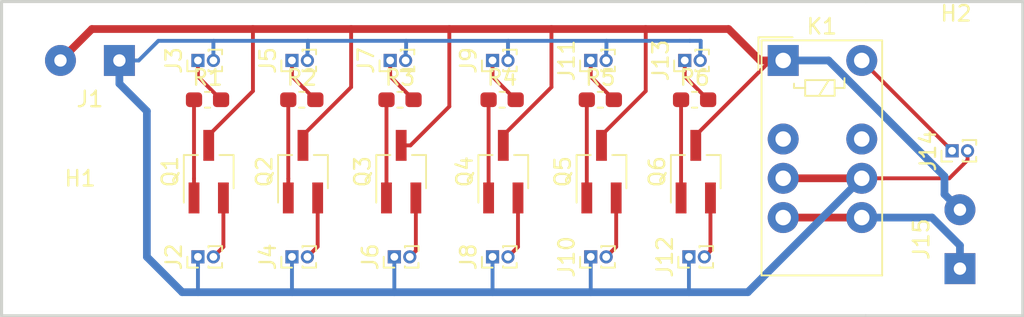
<source format=kicad_pcb>
(kicad_pcb (version 20171130) (host pcbnew "(5.0.1-3-g963ef8bb5)")

  (general
    (thickness 1.6)
    (drawings 6)
    (tracks 120)
    (zones 0)
    (modules 30)
    (nets 23)
  )

  (page A4)
  (layers
    (0 F.Cu signal)
    (31 B.Cu signal)
    (32 B.Adhes user)
    (33 F.Adhes user)
    (34 B.Paste user)
    (35 F.Paste user)
    (36 B.SilkS user)
    (37 F.SilkS user)
    (38 B.Mask user)
    (39 F.Mask user)
    (40 Dwgs.User user)
    (41 Cmts.User user)
    (42 Eco1.User user)
    (43 Eco2.User user)
    (44 Edge.Cuts user)
    (45 Margin user)
    (46 B.CrtYd user)
    (47 F.CrtYd user)
    (48 B.Fab user)
    (49 F.Fab user)
  )

  (setup
    (last_trace_width 0.25)
    (user_trace_width 0.5)
    (trace_clearance 0.2)
    (zone_clearance 0.508)
    (zone_45_only no)
    (trace_min 0.2)
    (segment_width 0.2)
    (edge_width 0.15)
    (via_size 0.8)
    (via_drill 0.4)
    (via_min_size 0.4)
    (via_min_drill 0.3)
    (uvia_size 0.3)
    (uvia_drill 0.1)
    (uvias_allowed no)
    (uvia_min_size 0.2)
    (uvia_min_drill 0.1)
    (pcb_text_width 0.3)
    (pcb_text_size 1.5 1.5)
    (mod_edge_width 0.15)
    (mod_text_size 1 1)
    (mod_text_width 0.15)
    (pad_size 1.524 1.524)
    (pad_drill 0.762)
    (pad_to_mask_clearance 0.051)
    (solder_mask_min_width 0.25)
    (aux_axis_origin 0 0)
    (visible_elements FFFFFF7F)
    (pcbplotparams
      (layerselection 0x010fc_ffffffff)
      (usegerberextensions false)
      (usegerberattributes false)
      (usegerberadvancedattributes false)
      (creategerberjobfile false)
      (excludeedgelayer true)
      (linewidth 0.100000)
      (plotframeref false)
      (viasonmask false)
      (mode 1)
      (useauxorigin false)
      (hpglpennumber 1)
      (hpglpenspeed 20)
      (hpglpendiameter 15.000000)
      (psnegative false)
      (psa4output false)
      (plotreference true)
      (plotvalue true)
      (plotinvisibletext false)
      (padsonsilk false)
      (subtractmaskfromsilk false)
      (outputformat 1)
      (mirror false)
      (drillshape 0)
      (scaleselection 1)
      (outputdirectory "gerber"))
  )

  (net 0 "")
  (net 1 +12V)
  (net 2 GND)
  (net 3 "Net-(J2-Pad2)")
  (net 4 "Net-(J3-Pad1)")
  (net 5 "Net-(J4-Pad2)")
  (net 6 "Net-(J5-Pad1)")
  (net 7 "Net-(J6-Pad2)")
  (net 8 "Net-(J7-Pad1)")
  (net 9 "Net-(J8-Pad2)")
  (net 10 "Net-(J9-Pad1)")
  (net 11 "Net-(J10-Pad2)")
  (net 12 "Net-(J11-Pad1)")
  (net 13 "Net-(J12-Pad2)")
  (net 14 "Net-(J13-Pad1)")
  (net 15 "Net-(Q1-Pad1)")
  (net 16 "Net-(Q2-Pad1)")
  (net 17 "Net-(Q3-Pad1)")
  (net 18 "Net-(Q4-Pad1)")
  (net 19 "Net-(Q5-Pad1)")
  (net 20 "Net-(Q6-Pad1)")
  (net 21 "Net-(J14-Pad1)")
  (net 22 "Net-(J15-Pad1)")

  (net_class Default "This is the default net class."
    (clearance 0.2)
    (trace_width 0.25)
    (via_dia 0.8)
    (via_drill 0.4)
    (uvia_dia 0.3)
    (uvia_drill 0.1)
    (add_net +12V)
    (add_net GND)
    (add_net "Net-(J10-Pad2)")
    (add_net "Net-(J11-Pad1)")
    (add_net "Net-(J12-Pad2)")
    (add_net "Net-(J13-Pad1)")
    (add_net "Net-(J14-Pad1)")
    (add_net "Net-(J15-Pad1)")
    (add_net "Net-(J2-Pad2)")
    (add_net "Net-(J3-Pad1)")
    (add_net "Net-(J4-Pad2)")
    (add_net "Net-(J5-Pad1)")
    (add_net "Net-(J6-Pad2)")
    (add_net "Net-(J7-Pad1)")
    (add_net "Net-(J8-Pad2)")
    (add_net "Net-(J9-Pad1)")
    (add_net "Net-(Q1-Pad1)")
    (add_net "Net-(Q2-Pad1)")
    (add_net "Net-(Q3-Pad1)")
    (add_net "Net-(Q4-Pad1)")
    (add_net "Net-(Q5-Pad1)")
    (add_net "Net-(Q6-Pad1)")
  )

  (module Relay_THT:Relay_DPDT_Omron_G6S-2 (layer F.Cu) (tedit 5A59B931) (tstamp 5D19A20F)
    (at 147.066 74.93)
    (descr "Relay Omron G6S-2, see http://omronfs.omron.com/en_US/ecb/products/pdf/en-g6s.pdf")
    (tags "Relay Omron G6S-2")
    (path /5D0D6A9E)
    (fp_text reference K1 (at 2.5 -2.2) (layer F.SilkS)
      (effects (font (size 1 1) (thickness 0.15)))
    )
    (fp_text value G6S-2 (at 2.5 14.9) (layer F.Fab)
      (effects (font (size 1 1) (thickness 0.15)))
    )
    (fp_text user %R (at 2.54 6.35) (layer F.Fab)
      (effects (font (size 1 1) (thickness 0.15)))
    )
    (fp_line (start -1.6 -1.5) (end 0.6 -1.5) (layer F.SilkS) (width 0.12))
    (fp_line (start -1.6 0.6) (end -1.6 -1.5) (layer F.SilkS) (width 0.12))
    (fp_line (start -1.4 13.9) (end -1.4 -1.3) (layer F.SilkS) (width 0.12))
    (fp_line (start 6.4 13.9) (end -1.4 13.9) (layer F.SilkS) (width 0.12))
    (fp_line (start 6.4 -1.3) (end 6.4 13.9) (layer F.SilkS) (width 0.12))
    (fp_line (start -1.4 -1.3) (end 6.4 -1.3) (layer F.SilkS) (width 0.12))
    (fp_line (start -1.2 -0.1) (end -0.1 -1.1) (layer F.Fab) (width 0.12))
    (fp_line (start -1.2 13.7) (end -1.2 -0.1) (layer F.Fab) (width 0.12))
    (fp_line (start 6.2 13.7) (end -1.2 13.7) (layer F.Fab) (width 0.12))
    (fp_line (start 6.2 -1.1) (end 6.2 13.7) (layer F.Fab) (width 0.12))
    (fp_line (start -0.1 -1.1) (end 6.2 -1.1) (layer F.Fab) (width 0.12))
    (fp_line (start 2.946 1.27) (end 2.311 2.286) (layer F.SilkS) (width 0.12))
    (fp_line (start 0.7 1.5) (end 0.7 1.778) (layer F.SilkS) (width 0.12))
    (fp_line (start 0.7 1.778) (end 1.422 1.778) (layer F.SilkS) (width 0.12))
    (fp_line (start 3.962 1.143) (end 3.962 1.778) (layer F.SilkS) (width 0.12))
    (fp_line (start 3.962 1.778) (end 3.327 1.778) (layer F.SilkS) (width 0.12))
    (fp_line (start 3.327 1.27) (end 1.422 1.27) (layer F.SilkS) (width 0.12))
    (fp_line (start 1.422 1.27) (end 1.422 2.286) (layer F.SilkS) (width 0.12))
    (fp_line (start 1.422 2.286) (end 3.327 2.286) (layer F.SilkS) (width 0.12))
    (fp_line (start 3.327 1.27) (end 3.327 2.286) (layer F.SilkS) (width 0.12))
    (fp_line (start -1.45 -1.35) (end 6.45 -1.35) (layer F.CrtYd) (width 0.05))
    (fp_line (start -1.45 -1.35) (end -1.45 13.95) (layer F.CrtYd) (width 0.05))
    (fp_line (start 6.45 13.95) (end 6.45 -1.35) (layer F.CrtYd) (width 0.05))
    (fp_line (start 6.45 13.95) (end -1.45 13.95) (layer F.CrtYd) (width 0.05))
    (pad 7 thru_hole circle (at 5.08 7.62 270) (size 2 2) (drill 1) (layers *.Cu *.Mask)
      (net 1 +12V))
    (pad 4 thru_hole circle (at 0 7.62 270) (size 2 2) (drill 1) (layers *.Cu *.Mask)
      (net 1 +12V))
    (pad 10 thru_hole circle (at 5.08 0) (size 2 2) (drill 1) (layers *.Cu *.Mask)
      (net 21 "Net-(J14-Pad1)"))
    (pad 8 thru_hole circle (at 5.08 5.08) (size 2 2) (drill 1) (layers *.Cu *.Mask))
    (pad 1 thru_hole rect (at 0 0) (size 2 2) (drill 1) (layers *.Cu *.Mask)
      (net 2 GND))
    (pad 3 thru_hole circle (at 0 5.08) (size 2 2) (drill 1) (layers *.Cu *.Mask))
    (pad 6 thru_hole circle (at 5.08 10.16) (size 2 2) (drill 1) (layers *.Cu *.Mask)
      (net 22 "Net-(J15-Pad1)"))
    (pad 5 thru_hole circle (at 0 10.16) (size 2 2) (drill 1) (layers *.Cu *.Mask)
      (net 22 "Net-(J15-Pad1)"))
    (model ${KISYS3DMOD}/Relay_THT.3dshapes/Relay_DPDT_Omron_G6S-2.wrl
      (at (xyz 0 0 0))
      (scale (xyz 1 1 1))
      (rotate (xyz 0 0 0))
    )
  )

  (module MountingHole:MountingHole_3.2mm_M3_DIN965 (layer F.Cu) (tedit 5D0A6CCF) (tstamp 5D1647E2)
    (at 101.6 86.36)
    (descr "Mounting Hole 3.2mm, no annular, M3, DIN965")
    (tags "mounting hole 3.2mm no annular m3 din965")
    (path /5D0A6A5D)
    (attr virtual)
    (fp_text reference H1 (at 0 -3.8) (layer F.SilkS)
      (effects (font (size 1 1) (thickness 0.15)))
    )
    (fp_text value MountingHole (at 0 3.8) (layer F.Fab) hide
      (effects (font (size 1 1) (thickness 0.15)))
    )
    (fp_text user %R (at 0.3 0) (layer F.Fab)
      (effects (font (size 1 1) (thickness 0.15)))
    )
    (fp_circle (center 0 0) (end 2.8 0) (layer Cmts.User) (width 0.15))
    (fp_circle (center 0 0) (end 3.05 0) (layer F.CrtYd) (width 0.05))
    (pad 1 np_thru_hole circle (at 0 0) (size 3.2 3.2) (drill 3.2) (layers *.Cu *.Mask))
  )

  (module MountingHole:MountingHole_3.2mm_M3_DIN965 (layer F.Cu) (tedit 5D0A6CD7) (tstamp 5D19A274)
    (at 158.242 75.692)
    (descr "Mounting Hole 3.2mm, no annular, M3, DIN965")
    (tags "mounting hole 3.2mm no annular m3 din965")
    (path /5D0A6AD7)
    (attr virtual)
    (fp_text reference H2 (at 0 -3.8) (layer F.SilkS)
      (effects (font (size 1 1) (thickness 0.15)))
    )
    (fp_text value MountingHole (at 0 3.8) (layer F.Fab) hide
      (effects (font (size 1 1) (thickness 0.15)))
    )
    (fp_circle (center 0 0) (end 3.05 0) (layer F.CrtYd) (width 0.05))
    (fp_circle (center 0 0) (end 2.8 0) (layer Cmts.User) (width 0.15))
    (fp_text user %R (at 0.3 0) (layer F.Fab)
      (effects (font (size 1 1) (thickness 0.15)))
    )
    (pad 1 np_thru_hole circle (at 0 0) (size 3.2 3.2) (drill 3.2) (layers *.Cu *.Mask))
  )

  (module Connector_Wire:SolderWirePad_1x02_P3.81mm_Drill0.8mm (layer F.Cu) (tedit 5AEE54BF) (tstamp 5D164788)
    (at 104.14 74.93 180)
    (descr "Wire solder connection")
    (tags connector)
    (path /5D0A78B2)
    (attr virtual)
    (fp_text reference J1 (at 1.905 -2.5 180) (layer F.SilkS)
      (effects (font (size 1 1) (thickness 0.15)))
    )
    (fp_text value PWR (at 1.905 2.54 180) (layer F.Fab)
      (effects (font (size 1 1) (thickness 0.15)))
    )
    (fp_text user %R (at 1.905 0 180) (layer F.Fab)
      (effects (font (size 1 1) (thickness 0.15)))
    )
    (fp_line (start -1.49 -1.5) (end 5.31 -1.5) (layer F.CrtYd) (width 0.05))
    (fp_line (start -1.49 -1.5) (end -1.49 1.5) (layer F.CrtYd) (width 0.05))
    (fp_line (start 5.31 1.5) (end 5.31 -1.5) (layer F.CrtYd) (width 0.05))
    (fp_line (start 5.31 1.5) (end -1.49 1.5) (layer F.CrtYd) (width 0.05))
    (pad 1 thru_hole rect (at 0 0 180) (size 1.99898 1.99898) (drill 0.8001) (layers *.Cu *.Mask)
      (net 1 +12V))
    (pad 2 thru_hole circle (at 3.81 0 180) (size 1.99898 1.99898) (drill 0.8001) (layers *.Cu *.Mask)
      (net 2 GND))
  )

  (module Connector_PinHeader_1.00mm:PinHeader_1x02_P1.00mm_Vertical (layer F.Cu) (tedit 59FED738) (tstamp 5D165983)
    (at 109.22 87.63 90)
    (descr "Through hole straight pin header, 1x02, 1.00mm pitch, single row")
    (tags "Through hole pin header THT 1x02 1.00mm single row")
    (path /5D0A72C4)
    (fp_text reference J2 (at 0 -1.56 90) (layer F.SilkS)
      (effects (font (size 1 1) (thickness 0.15)))
    )
    (fp_text value Out0 (at 0 2.56 90) (layer F.Fab)
      (effects (font (size 1 1) (thickness 0.15)))
    )
    (fp_line (start -0.3175 -0.5) (end 0.635 -0.5) (layer F.Fab) (width 0.1))
    (fp_line (start 0.635 -0.5) (end 0.635 1.5) (layer F.Fab) (width 0.1))
    (fp_line (start 0.635 1.5) (end -0.635 1.5) (layer F.Fab) (width 0.1))
    (fp_line (start -0.635 1.5) (end -0.635 -0.1825) (layer F.Fab) (width 0.1))
    (fp_line (start -0.635 -0.1825) (end -0.3175 -0.5) (layer F.Fab) (width 0.1))
    (fp_line (start -0.695 1.56) (end -0.394493 1.56) (layer F.SilkS) (width 0.12))
    (fp_line (start 0.394493 1.56) (end 0.695 1.56) (layer F.SilkS) (width 0.12))
    (fp_line (start -0.695 0.685) (end -0.695 1.56) (layer F.SilkS) (width 0.12))
    (fp_line (start 0.695 0.685) (end 0.695 1.56) (layer F.SilkS) (width 0.12))
    (fp_line (start -0.695 0.685) (end -0.608276 0.685) (layer F.SilkS) (width 0.12))
    (fp_line (start 0.608276 0.685) (end 0.695 0.685) (layer F.SilkS) (width 0.12))
    (fp_line (start -0.695 0) (end -0.695 -0.685) (layer F.SilkS) (width 0.12))
    (fp_line (start -0.695 -0.685) (end 0 -0.685) (layer F.SilkS) (width 0.12))
    (fp_line (start -1.15 -1) (end -1.15 2) (layer F.CrtYd) (width 0.05))
    (fp_line (start -1.15 2) (end 1.15 2) (layer F.CrtYd) (width 0.05))
    (fp_line (start 1.15 2) (end 1.15 -1) (layer F.CrtYd) (width 0.05))
    (fp_line (start 1.15 -1) (end -1.15 -1) (layer F.CrtYd) (width 0.05))
    (fp_text user %R (at 0 0.5 180) (layer F.Fab)
      (effects (font (size 0.76 0.76) (thickness 0.114)))
    )
    (pad 1 thru_hole rect (at 0 0 90) (size 0.85 0.85) (drill 0.5) (layers *.Cu *.Mask)
      (net 1 +12V))
    (pad 2 thru_hole oval (at 0 1 90) (size 0.85 0.85) (drill 0.5) (layers *.Cu *.Mask)
      (net 3 "Net-(J2-Pad2)"))
    (model ${KISYS3DMOD}/Connector_PinHeader_1.00mm.3dshapes/PinHeader_1x02_P1.00mm_Vertical.wrl
      (at (xyz 0 0 0))
      (scale (xyz 1 1 1))
      (rotate (xyz 0 0 0))
    )
  )

  (module Connector_PinHeader_1.00mm:PinHeader_1x02_P1.00mm_Vertical (layer F.Cu) (tedit 59FED738) (tstamp 5D16470B)
    (at 109.22 74.93 90)
    (descr "Through hole straight pin header, 1x02, 1.00mm pitch, single row")
    (tags "Through hole pin header THT 1x02 1.00mm single row")
    (path /5D0A8A70)
    (fp_text reference J3 (at 0 -1.56 90) (layer F.SilkS)
      (effects (font (size 1 1) (thickness 0.15)))
    )
    (fp_text value In0 (at 0 2.56 90) (layer F.Fab)
      (effects (font (size 1 1) (thickness 0.15)))
    )
    (fp_text user %R (at 0 0.5 180) (layer F.Fab)
      (effects (font (size 0.76 0.76) (thickness 0.114)))
    )
    (fp_line (start 1.15 -1) (end -1.15 -1) (layer F.CrtYd) (width 0.05))
    (fp_line (start 1.15 2) (end 1.15 -1) (layer F.CrtYd) (width 0.05))
    (fp_line (start -1.15 2) (end 1.15 2) (layer F.CrtYd) (width 0.05))
    (fp_line (start -1.15 -1) (end -1.15 2) (layer F.CrtYd) (width 0.05))
    (fp_line (start -0.695 -0.685) (end 0 -0.685) (layer F.SilkS) (width 0.12))
    (fp_line (start -0.695 0) (end -0.695 -0.685) (layer F.SilkS) (width 0.12))
    (fp_line (start 0.608276 0.685) (end 0.695 0.685) (layer F.SilkS) (width 0.12))
    (fp_line (start -0.695 0.685) (end -0.608276 0.685) (layer F.SilkS) (width 0.12))
    (fp_line (start 0.695 0.685) (end 0.695 1.56) (layer F.SilkS) (width 0.12))
    (fp_line (start -0.695 0.685) (end -0.695 1.56) (layer F.SilkS) (width 0.12))
    (fp_line (start 0.394493 1.56) (end 0.695 1.56) (layer F.SilkS) (width 0.12))
    (fp_line (start -0.695 1.56) (end -0.394493 1.56) (layer F.SilkS) (width 0.12))
    (fp_line (start -0.635 -0.1825) (end -0.3175 -0.5) (layer F.Fab) (width 0.1))
    (fp_line (start -0.635 1.5) (end -0.635 -0.1825) (layer F.Fab) (width 0.1))
    (fp_line (start 0.635 1.5) (end -0.635 1.5) (layer F.Fab) (width 0.1))
    (fp_line (start 0.635 -0.5) (end 0.635 1.5) (layer F.Fab) (width 0.1))
    (fp_line (start -0.3175 -0.5) (end 0.635 -0.5) (layer F.Fab) (width 0.1))
    (pad 2 thru_hole oval (at 0 1 90) (size 0.85 0.85) (drill 0.5) (layers *.Cu *.Mask)
      (net 1 +12V))
    (pad 1 thru_hole rect (at 0 0 90) (size 0.85 0.85) (drill 0.5) (layers *.Cu *.Mask)
      (net 4 "Net-(J3-Pad1)"))
    (model ${KISYS3DMOD}/Connector_PinHeader_1.00mm.3dshapes/PinHeader_1x02_P1.00mm_Vertical.wrl
      (at (xyz 0 0 0))
      (scale (xyz 1 1 1))
      (rotate (xyz 0 0 0))
    )
  )

  (module Connector_PinHeader_1.00mm:PinHeader_1x02_P1.00mm_Vertical (layer F.Cu) (tedit 59FED738) (tstamp 5D16593E)
    (at 115.3 87.63 90)
    (descr "Through hole straight pin header, 1x02, 1.00mm pitch, single row")
    (tags "Through hole pin header THT 1x02 1.00mm single row")
    (path /5D0AA8E1)
    (fp_text reference J4 (at 0 -1.56 90) (layer F.SilkS)
      (effects (font (size 1 1) (thickness 0.15)))
    )
    (fp_text value Out1 (at 0 2.56 90) (layer F.Fab)
      (effects (font (size 1 1) (thickness 0.15)))
    )
    (fp_line (start -0.3175 -0.5) (end 0.635 -0.5) (layer F.Fab) (width 0.1))
    (fp_line (start 0.635 -0.5) (end 0.635 1.5) (layer F.Fab) (width 0.1))
    (fp_line (start 0.635 1.5) (end -0.635 1.5) (layer F.Fab) (width 0.1))
    (fp_line (start -0.635 1.5) (end -0.635 -0.1825) (layer F.Fab) (width 0.1))
    (fp_line (start -0.635 -0.1825) (end -0.3175 -0.5) (layer F.Fab) (width 0.1))
    (fp_line (start -0.695 1.56) (end -0.394493 1.56) (layer F.SilkS) (width 0.12))
    (fp_line (start 0.394493 1.56) (end 0.695 1.56) (layer F.SilkS) (width 0.12))
    (fp_line (start -0.695 0.685) (end -0.695 1.56) (layer F.SilkS) (width 0.12))
    (fp_line (start 0.695 0.685) (end 0.695 1.56) (layer F.SilkS) (width 0.12))
    (fp_line (start -0.695 0.685) (end -0.608276 0.685) (layer F.SilkS) (width 0.12))
    (fp_line (start 0.608276 0.685) (end 0.695 0.685) (layer F.SilkS) (width 0.12))
    (fp_line (start -0.695 0) (end -0.695 -0.685) (layer F.SilkS) (width 0.12))
    (fp_line (start -0.695 -0.685) (end 0 -0.685) (layer F.SilkS) (width 0.12))
    (fp_line (start -1.15 -1) (end -1.15 2) (layer F.CrtYd) (width 0.05))
    (fp_line (start -1.15 2) (end 1.15 2) (layer F.CrtYd) (width 0.05))
    (fp_line (start 1.15 2) (end 1.15 -1) (layer F.CrtYd) (width 0.05))
    (fp_line (start 1.15 -1) (end -1.15 -1) (layer F.CrtYd) (width 0.05))
    (fp_text user %R (at 0 0.5 180) (layer F.Fab)
      (effects (font (size 0.76 0.76) (thickness 0.114)))
    )
    (pad 1 thru_hole rect (at 0 0 90) (size 0.85 0.85) (drill 0.5) (layers *.Cu *.Mask)
      (net 1 +12V))
    (pad 2 thru_hole oval (at 0 1 90) (size 0.85 0.85) (drill 0.5) (layers *.Cu *.Mask)
      (net 5 "Net-(J4-Pad2)"))
    (model ${KISYS3DMOD}/Connector_PinHeader_1.00mm.3dshapes/PinHeader_1x02_P1.00mm_Vertical.wrl
      (at (xyz 0 0 0))
      (scale (xyz 1 1 1))
      (rotate (xyz 0 0 0))
    )
  )

  (module Connector_PinHeader_1.00mm:PinHeader_1x02_P1.00mm_Vertical (layer F.Cu) (tedit 59FED738) (tstamp 5D16436F)
    (at 115.3 74.93 90)
    (descr "Through hole straight pin header, 1x02, 1.00mm pitch, single row")
    (tags "Through hole pin header THT 1x02 1.00mm single row")
    (path /5D0AA8ED)
    (fp_text reference J5 (at 0 -1.56 90) (layer F.SilkS)
      (effects (font (size 1 1) (thickness 0.15)))
    )
    (fp_text value IN1 (at 0 2.56 90) (layer F.Fab)
      (effects (font (size 1 1) (thickness 0.15)))
    )
    (fp_text user %R (at 0 0.5 180) (layer F.Fab)
      (effects (font (size 0.76 0.76) (thickness 0.114)))
    )
    (fp_line (start 1.15 -1) (end -1.15 -1) (layer F.CrtYd) (width 0.05))
    (fp_line (start 1.15 2) (end 1.15 -1) (layer F.CrtYd) (width 0.05))
    (fp_line (start -1.15 2) (end 1.15 2) (layer F.CrtYd) (width 0.05))
    (fp_line (start -1.15 -1) (end -1.15 2) (layer F.CrtYd) (width 0.05))
    (fp_line (start -0.695 -0.685) (end 0 -0.685) (layer F.SilkS) (width 0.12))
    (fp_line (start -0.695 0) (end -0.695 -0.685) (layer F.SilkS) (width 0.12))
    (fp_line (start 0.608276 0.685) (end 0.695 0.685) (layer F.SilkS) (width 0.12))
    (fp_line (start -0.695 0.685) (end -0.608276 0.685) (layer F.SilkS) (width 0.12))
    (fp_line (start 0.695 0.685) (end 0.695 1.56) (layer F.SilkS) (width 0.12))
    (fp_line (start -0.695 0.685) (end -0.695 1.56) (layer F.SilkS) (width 0.12))
    (fp_line (start 0.394493 1.56) (end 0.695 1.56) (layer F.SilkS) (width 0.12))
    (fp_line (start -0.695 1.56) (end -0.394493 1.56) (layer F.SilkS) (width 0.12))
    (fp_line (start -0.635 -0.1825) (end -0.3175 -0.5) (layer F.Fab) (width 0.1))
    (fp_line (start -0.635 1.5) (end -0.635 -0.1825) (layer F.Fab) (width 0.1))
    (fp_line (start 0.635 1.5) (end -0.635 1.5) (layer F.Fab) (width 0.1))
    (fp_line (start 0.635 -0.5) (end 0.635 1.5) (layer F.Fab) (width 0.1))
    (fp_line (start -0.3175 -0.5) (end 0.635 -0.5) (layer F.Fab) (width 0.1))
    (pad 2 thru_hole oval (at 0 1 90) (size 0.85 0.85) (drill 0.5) (layers *.Cu *.Mask)
      (net 1 +12V))
    (pad 1 thru_hole rect (at 0 0 90) (size 0.85 0.85) (drill 0.5) (layers *.Cu *.Mask)
      (net 6 "Net-(J5-Pad1)"))
    (model ${KISYS3DMOD}/Connector_PinHeader_1.00mm.3dshapes/PinHeader_1x02_P1.00mm_Vertical.wrl
      (at (xyz 0 0 0))
      (scale (xyz 1 1 1))
      (rotate (xyz 0 0 0))
    )
  )

  (module Connector_PinHeader_1.00mm:PinHeader_1x02_P1.00mm_Vertical (layer F.Cu) (tedit 59FED738) (tstamp 5D1658F9)
    (at 121.92 87.63 90)
    (descr "Through hole straight pin header, 1x02, 1.00mm pitch, single row")
    (tags "Through hole pin header THT 1x02 1.00mm single row")
    (path /5D0AB530)
    (fp_text reference J6 (at 0 -1.56 90) (layer F.SilkS)
      (effects (font (size 1 1) (thickness 0.15)))
    )
    (fp_text value Out2 (at 0 2.56 90) (layer F.Fab)
      (effects (font (size 1 1) (thickness 0.15)))
    )
    (fp_line (start -0.3175 -0.5) (end 0.635 -0.5) (layer F.Fab) (width 0.1))
    (fp_line (start 0.635 -0.5) (end 0.635 1.5) (layer F.Fab) (width 0.1))
    (fp_line (start 0.635 1.5) (end -0.635 1.5) (layer F.Fab) (width 0.1))
    (fp_line (start -0.635 1.5) (end -0.635 -0.1825) (layer F.Fab) (width 0.1))
    (fp_line (start -0.635 -0.1825) (end -0.3175 -0.5) (layer F.Fab) (width 0.1))
    (fp_line (start -0.695 1.56) (end -0.394493 1.56) (layer F.SilkS) (width 0.12))
    (fp_line (start 0.394493 1.56) (end 0.695 1.56) (layer F.SilkS) (width 0.12))
    (fp_line (start -0.695 0.685) (end -0.695 1.56) (layer F.SilkS) (width 0.12))
    (fp_line (start 0.695 0.685) (end 0.695 1.56) (layer F.SilkS) (width 0.12))
    (fp_line (start -0.695 0.685) (end -0.608276 0.685) (layer F.SilkS) (width 0.12))
    (fp_line (start 0.608276 0.685) (end 0.695 0.685) (layer F.SilkS) (width 0.12))
    (fp_line (start -0.695 0) (end -0.695 -0.685) (layer F.SilkS) (width 0.12))
    (fp_line (start -0.695 -0.685) (end 0 -0.685) (layer F.SilkS) (width 0.12))
    (fp_line (start -1.15 -1) (end -1.15 2) (layer F.CrtYd) (width 0.05))
    (fp_line (start -1.15 2) (end 1.15 2) (layer F.CrtYd) (width 0.05))
    (fp_line (start 1.15 2) (end 1.15 -1) (layer F.CrtYd) (width 0.05))
    (fp_line (start 1.15 -1) (end -1.15 -1) (layer F.CrtYd) (width 0.05))
    (fp_text user %R (at 0 0.5 180) (layer F.Fab)
      (effects (font (size 0.76 0.76) (thickness 0.114)))
    )
    (pad 1 thru_hole rect (at 0 0 90) (size 0.85 0.85) (drill 0.5) (layers *.Cu *.Mask)
      (net 1 +12V))
    (pad 2 thru_hole oval (at 0 1 90) (size 0.85 0.85) (drill 0.5) (layers *.Cu *.Mask)
      (net 7 "Net-(J6-Pad2)"))
    (model ${KISYS3DMOD}/Connector_PinHeader_1.00mm.3dshapes/PinHeader_1x02_P1.00mm_Vertical.wrl
      (at (xyz 0 0 0))
      (scale (xyz 1 1 1))
      (rotate (xyz 0 0 0))
    )
  )

  (module Connector_PinHeader_1.00mm:PinHeader_1x02_P1.00mm_Vertical (layer F.Cu) (tedit 59FED738) (tstamp 5D164891)
    (at 121.65 74.93 90)
    (descr "Through hole straight pin header, 1x02, 1.00mm pitch, single row")
    (tags "Through hole pin header THT 1x02 1.00mm single row")
    (path /5D0AB53C)
    (fp_text reference J7 (at 0 -1.56 90) (layer F.SilkS)
      (effects (font (size 1 1) (thickness 0.15)))
    )
    (fp_text value IN2 (at 0 2.56 90) (layer F.Fab)
      (effects (font (size 1 1) (thickness 0.15)))
    )
    (fp_text user %R (at 0 0.5 180) (layer F.Fab)
      (effects (font (size 0.76 0.76) (thickness 0.114)))
    )
    (fp_line (start 1.15 -1) (end -1.15 -1) (layer F.CrtYd) (width 0.05))
    (fp_line (start 1.15 2) (end 1.15 -1) (layer F.CrtYd) (width 0.05))
    (fp_line (start -1.15 2) (end 1.15 2) (layer F.CrtYd) (width 0.05))
    (fp_line (start -1.15 -1) (end -1.15 2) (layer F.CrtYd) (width 0.05))
    (fp_line (start -0.695 -0.685) (end 0 -0.685) (layer F.SilkS) (width 0.12))
    (fp_line (start -0.695 0) (end -0.695 -0.685) (layer F.SilkS) (width 0.12))
    (fp_line (start 0.608276 0.685) (end 0.695 0.685) (layer F.SilkS) (width 0.12))
    (fp_line (start -0.695 0.685) (end -0.608276 0.685) (layer F.SilkS) (width 0.12))
    (fp_line (start 0.695 0.685) (end 0.695 1.56) (layer F.SilkS) (width 0.12))
    (fp_line (start -0.695 0.685) (end -0.695 1.56) (layer F.SilkS) (width 0.12))
    (fp_line (start 0.394493 1.56) (end 0.695 1.56) (layer F.SilkS) (width 0.12))
    (fp_line (start -0.695 1.56) (end -0.394493 1.56) (layer F.SilkS) (width 0.12))
    (fp_line (start -0.635 -0.1825) (end -0.3175 -0.5) (layer F.Fab) (width 0.1))
    (fp_line (start -0.635 1.5) (end -0.635 -0.1825) (layer F.Fab) (width 0.1))
    (fp_line (start 0.635 1.5) (end -0.635 1.5) (layer F.Fab) (width 0.1))
    (fp_line (start 0.635 -0.5) (end 0.635 1.5) (layer F.Fab) (width 0.1))
    (fp_line (start -0.3175 -0.5) (end 0.635 -0.5) (layer F.Fab) (width 0.1))
    (pad 2 thru_hole oval (at 0 1 90) (size 0.85 0.85) (drill 0.5) (layers *.Cu *.Mask)
      (net 1 +12V))
    (pad 1 thru_hole rect (at 0 0 90) (size 0.85 0.85) (drill 0.5) (layers *.Cu *.Mask)
      (net 8 "Net-(J7-Pad1)"))
    (model ${KISYS3DMOD}/Connector_PinHeader_1.00mm.3dshapes/PinHeader_1x02_P1.00mm_Vertical.wrl
      (at (xyz 0 0 0))
      (scale (xyz 1 1 1))
      (rotate (xyz 0 0 0))
    )
  )

  (module Connector_PinHeader_1.00mm:PinHeader_1x02_P1.00mm_Vertical (layer F.Cu) (tedit 59FED738) (tstamp 5D1658B4)
    (at 128.27 87.63 90)
    (descr "Through hole straight pin header, 1x02, 1.00mm pitch, single row")
    (tags "Through hole pin header THT 1x02 1.00mm single row")
    (path /5D0ABCF7)
    (fp_text reference J8 (at 0 -1.56 90) (layer F.SilkS)
      (effects (font (size 1 1) (thickness 0.15)))
    )
    (fp_text value Out3 (at 0 2.56 90) (layer F.Fab)
      (effects (font (size 1 1) (thickness 0.15)))
    )
    (fp_line (start -0.3175 -0.5) (end 0.635 -0.5) (layer F.Fab) (width 0.1))
    (fp_line (start 0.635 -0.5) (end 0.635 1.5) (layer F.Fab) (width 0.1))
    (fp_line (start 0.635 1.5) (end -0.635 1.5) (layer F.Fab) (width 0.1))
    (fp_line (start -0.635 1.5) (end -0.635 -0.1825) (layer F.Fab) (width 0.1))
    (fp_line (start -0.635 -0.1825) (end -0.3175 -0.5) (layer F.Fab) (width 0.1))
    (fp_line (start -0.695 1.56) (end -0.394493 1.56) (layer F.SilkS) (width 0.12))
    (fp_line (start 0.394493 1.56) (end 0.695 1.56) (layer F.SilkS) (width 0.12))
    (fp_line (start -0.695 0.685) (end -0.695 1.56) (layer F.SilkS) (width 0.12))
    (fp_line (start 0.695 0.685) (end 0.695 1.56) (layer F.SilkS) (width 0.12))
    (fp_line (start -0.695 0.685) (end -0.608276 0.685) (layer F.SilkS) (width 0.12))
    (fp_line (start 0.608276 0.685) (end 0.695 0.685) (layer F.SilkS) (width 0.12))
    (fp_line (start -0.695 0) (end -0.695 -0.685) (layer F.SilkS) (width 0.12))
    (fp_line (start -0.695 -0.685) (end 0 -0.685) (layer F.SilkS) (width 0.12))
    (fp_line (start -1.15 -1) (end -1.15 2) (layer F.CrtYd) (width 0.05))
    (fp_line (start -1.15 2) (end 1.15 2) (layer F.CrtYd) (width 0.05))
    (fp_line (start 1.15 2) (end 1.15 -1) (layer F.CrtYd) (width 0.05))
    (fp_line (start 1.15 -1) (end -1.15 -1) (layer F.CrtYd) (width 0.05))
    (fp_text user %R (at 0 0.5 180) (layer F.Fab)
      (effects (font (size 0.76 0.76) (thickness 0.114)))
    )
    (pad 1 thru_hole rect (at 0 0 90) (size 0.85 0.85) (drill 0.5) (layers *.Cu *.Mask)
      (net 1 +12V))
    (pad 2 thru_hole oval (at 0 1 90) (size 0.85 0.85) (drill 0.5) (layers *.Cu *.Mask)
      (net 9 "Net-(J8-Pad2)"))
    (model ${KISYS3DMOD}/Connector_PinHeader_1.00mm.3dshapes/PinHeader_1x02_P1.00mm_Vertical.wrl
      (at (xyz 0 0 0))
      (scale (xyz 1 1 1))
      (rotate (xyz 0 0 0))
    )
  )

  (module Connector_PinHeader_1.00mm:PinHeader_1x02_P1.00mm_Vertical (layer F.Cu) (tedit 59FED738) (tstamp 5D164807)
    (at 128.27 74.93 90)
    (descr "Through hole straight pin header, 1x02, 1.00mm pitch, single row")
    (tags "Through hole pin header THT 1x02 1.00mm single row")
    (path /5D0ABD03)
    (fp_text reference J9 (at 0 -1.56 90) (layer F.SilkS)
      (effects (font (size 1 1) (thickness 0.15)))
    )
    (fp_text value In3 (at 0 2.56 90) (layer F.Fab)
      (effects (font (size 1 1) (thickness 0.15)))
    )
    (fp_text user %R (at 0 0.5 180) (layer F.Fab)
      (effects (font (size 0.76 0.76) (thickness 0.114)))
    )
    (fp_line (start 1.15 -1) (end -1.15 -1) (layer F.CrtYd) (width 0.05))
    (fp_line (start 1.15 2) (end 1.15 -1) (layer F.CrtYd) (width 0.05))
    (fp_line (start -1.15 2) (end 1.15 2) (layer F.CrtYd) (width 0.05))
    (fp_line (start -1.15 -1) (end -1.15 2) (layer F.CrtYd) (width 0.05))
    (fp_line (start -0.695 -0.685) (end 0 -0.685) (layer F.SilkS) (width 0.12))
    (fp_line (start -0.695 0) (end -0.695 -0.685) (layer F.SilkS) (width 0.12))
    (fp_line (start 0.608276 0.685) (end 0.695 0.685) (layer F.SilkS) (width 0.12))
    (fp_line (start -0.695 0.685) (end -0.608276 0.685) (layer F.SilkS) (width 0.12))
    (fp_line (start 0.695 0.685) (end 0.695 1.56) (layer F.SilkS) (width 0.12))
    (fp_line (start -0.695 0.685) (end -0.695 1.56) (layer F.SilkS) (width 0.12))
    (fp_line (start 0.394493 1.56) (end 0.695 1.56) (layer F.SilkS) (width 0.12))
    (fp_line (start -0.695 1.56) (end -0.394493 1.56) (layer F.SilkS) (width 0.12))
    (fp_line (start -0.635 -0.1825) (end -0.3175 -0.5) (layer F.Fab) (width 0.1))
    (fp_line (start -0.635 1.5) (end -0.635 -0.1825) (layer F.Fab) (width 0.1))
    (fp_line (start 0.635 1.5) (end -0.635 1.5) (layer F.Fab) (width 0.1))
    (fp_line (start 0.635 -0.5) (end 0.635 1.5) (layer F.Fab) (width 0.1))
    (fp_line (start -0.3175 -0.5) (end 0.635 -0.5) (layer F.Fab) (width 0.1))
    (pad 2 thru_hole oval (at 0 1 90) (size 0.85 0.85) (drill 0.5) (layers *.Cu *.Mask)
      (net 1 +12V))
    (pad 1 thru_hole rect (at 0 0 90) (size 0.85 0.85) (drill 0.5) (layers *.Cu *.Mask)
      (net 10 "Net-(J9-Pad1)"))
    (model ${KISYS3DMOD}/Connector_PinHeader_1.00mm.3dshapes/PinHeader_1x02_P1.00mm_Vertical.wrl
      (at (xyz 0 0 0))
      (scale (xyz 1 1 1))
      (rotate (xyz 0 0 0))
    )
  )

  (module Connector_PinHeader_1.00mm:PinHeader_1x02_P1.00mm_Vertical (layer F.Cu) (tedit 59FED738) (tstamp 5D16586F)
    (at 134.62 87.63 90)
    (descr "Through hole straight pin header, 1x02, 1.00mm pitch, single row")
    (tags "Through hole pin header THT 1x02 1.00mm single row")
    (path /5D0AD378)
    (fp_text reference J10 (at 0 -1.56 90) (layer F.SilkS)
      (effects (font (size 1 1) (thickness 0.15)))
    )
    (fp_text value Out4 (at 0 2.56 90) (layer F.Fab)
      (effects (font (size 1 1) (thickness 0.15)))
    )
    (fp_line (start -0.3175 -0.5) (end 0.635 -0.5) (layer F.Fab) (width 0.1))
    (fp_line (start 0.635 -0.5) (end 0.635 1.5) (layer F.Fab) (width 0.1))
    (fp_line (start 0.635 1.5) (end -0.635 1.5) (layer F.Fab) (width 0.1))
    (fp_line (start -0.635 1.5) (end -0.635 -0.1825) (layer F.Fab) (width 0.1))
    (fp_line (start -0.635 -0.1825) (end -0.3175 -0.5) (layer F.Fab) (width 0.1))
    (fp_line (start -0.695 1.56) (end -0.394493 1.56) (layer F.SilkS) (width 0.12))
    (fp_line (start 0.394493 1.56) (end 0.695 1.56) (layer F.SilkS) (width 0.12))
    (fp_line (start -0.695 0.685) (end -0.695 1.56) (layer F.SilkS) (width 0.12))
    (fp_line (start 0.695 0.685) (end 0.695 1.56) (layer F.SilkS) (width 0.12))
    (fp_line (start -0.695 0.685) (end -0.608276 0.685) (layer F.SilkS) (width 0.12))
    (fp_line (start 0.608276 0.685) (end 0.695 0.685) (layer F.SilkS) (width 0.12))
    (fp_line (start -0.695 0) (end -0.695 -0.685) (layer F.SilkS) (width 0.12))
    (fp_line (start -0.695 -0.685) (end 0 -0.685) (layer F.SilkS) (width 0.12))
    (fp_line (start -1.15 -1) (end -1.15 2) (layer F.CrtYd) (width 0.05))
    (fp_line (start -1.15 2) (end 1.15 2) (layer F.CrtYd) (width 0.05))
    (fp_line (start 1.15 2) (end 1.15 -1) (layer F.CrtYd) (width 0.05))
    (fp_line (start 1.15 -1) (end -1.15 -1) (layer F.CrtYd) (width 0.05))
    (fp_text user %R (at 0 0.5 180) (layer F.Fab)
      (effects (font (size 0.76 0.76) (thickness 0.114)))
    )
    (pad 1 thru_hole rect (at 0 0 90) (size 0.85 0.85) (drill 0.5) (layers *.Cu *.Mask)
      (net 1 +12V))
    (pad 2 thru_hole oval (at 0 1 90) (size 0.85 0.85) (drill 0.5) (layers *.Cu *.Mask)
      (net 11 "Net-(J10-Pad2)"))
    (model ${KISYS3DMOD}/Connector_PinHeader_1.00mm.3dshapes/PinHeader_1x02_P1.00mm_Vertical.wrl
      (at (xyz 0 0 0))
      (scale (xyz 1 1 1))
      (rotate (xyz 0 0 0))
    )
  )

  (module Connector_PinHeader_1.00mm:PinHeader_1x02_P1.00mm_Vertical (layer F.Cu) (tedit 59FED738) (tstamp 5D1646C6)
    (at 134.62 74.93 90)
    (descr "Through hole straight pin header, 1x02, 1.00mm pitch, single row")
    (tags "Through hole pin header THT 1x02 1.00mm single row")
    (path /5D0AD384)
    (fp_text reference J11 (at 0 -1.56 90) (layer F.SilkS)
      (effects (font (size 1 1) (thickness 0.15)))
    )
    (fp_text value In4 (at 0 2.56 90) (layer F.Fab)
      (effects (font (size 1 1) (thickness 0.15)))
    )
    (fp_text user %R (at 0 0.5 180) (layer F.Fab)
      (effects (font (size 0.76 0.76) (thickness 0.114)))
    )
    (fp_line (start 1.15 -1) (end -1.15 -1) (layer F.CrtYd) (width 0.05))
    (fp_line (start 1.15 2) (end 1.15 -1) (layer F.CrtYd) (width 0.05))
    (fp_line (start -1.15 2) (end 1.15 2) (layer F.CrtYd) (width 0.05))
    (fp_line (start -1.15 -1) (end -1.15 2) (layer F.CrtYd) (width 0.05))
    (fp_line (start -0.695 -0.685) (end 0 -0.685) (layer F.SilkS) (width 0.12))
    (fp_line (start -0.695 0) (end -0.695 -0.685) (layer F.SilkS) (width 0.12))
    (fp_line (start 0.608276 0.685) (end 0.695 0.685) (layer F.SilkS) (width 0.12))
    (fp_line (start -0.695 0.685) (end -0.608276 0.685) (layer F.SilkS) (width 0.12))
    (fp_line (start 0.695 0.685) (end 0.695 1.56) (layer F.SilkS) (width 0.12))
    (fp_line (start -0.695 0.685) (end -0.695 1.56) (layer F.SilkS) (width 0.12))
    (fp_line (start 0.394493 1.56) (end 0.695 1.56) (layer F.SilkS) (width 0.12))
    (fp_line (start -0.695 1.56) (end -0.394493 1.56) (layer F.SilkS) (width 0.12))
    (fp_line (start -0.635 -0.1825) (end -0.3175 -0.5) (layer F.Fab) (width 0.1))
    (fp_line (start -0.635 1.5) (end -0.635 -0.1825) (layer F.Fab) (width 0.1))
    (fp_line (start 0.635 1.5) (end -0.635 1.5) (layer F.Fab) (width 0.1))
    (fp_line (start 0.635 -0.5) (end 0.635 1.5) (layer F.Fab) (width 0.1))
    (fp_line (start -0.3175 -0.5) (end 0.635 -0.5) (layer F.Fab) (width 0.1))
    (pad 2 thru_hole oval (at 0 1 90) (size 0.85 0.85) (drill 0.5) (layers *.Cu *.Mask)
      (net 1 +12V))
    (pad 1 thru_hole rect (at 0 0 90) (size 0.85 0.85) (drill 0.5) (layers *.Cu *.Mask)
      (net 12 "Net-(J11-Pad1)"))
    (model ${KISYS3DMOD}/Connector_PinHeader_1.00mm.3dshapes/PinHeader_1x02_P1.00mm_Vertical.wrl
      (at (xyz 0 0 0))
      (scale (xyz 1 1 1))
      (rotate (xyz 0 0 0))
    )
  )

  (module Connector_PinHeader_1.00mm:PinHeader_1x02_P1.00mm_Vertical (layer F.Cu) (tedit 59FED738) (tstamp 5D16582A)
    (at 140.97 87.63 90)
    (descr "Through hole straight pin header, 1x02, 1.00mm pitch, single row")
    (tags "Through hole pin header THT 1x02 1.00mm single row")
    (path /5D0AE9C2)
    (fp_text reference J12 (at 0 -1.56 90) (layer F.SilkS)
      (effects (font (size 1 1) (thickness 0.15)))
    )
    (fp_text value Out5 (at 0 2.56 90) (layer F.Fab)
      (effects (font (size 1 1) (thickness 0.15)))
    )
    (fp_line (start -0.3175 -0.5) (end 0.635 -0.5) (layer F.Fab) (width 0.1))
    (fp_line (start 0.635 -0.5) (end 0.635 1.5) (layer F.Fab) (width 0.1))
    (fp_line (start 0.635 1.5) (end -0.635 1.5) (layer F.Fab) (width 0.1))
    (fp_line (start -0.635 1.5) (end -0.635 -0.1825) (layer F.Fab) (width 0.1))
    (fp_line (start -0.635 -0.1825) (end -0.3175 -0.5) (layer F.Fab) (width 0.1))
    (fp_line (start -0.695 1.56) (end -0.394493 1.56) (layer F.SilkS) (width 0.12))
    (fp_line (start 0.394493 1.56) (end 0.695 1.56) (layer F.SilkS) (width 0.12))
    (fp_line (start -0.695 0.685) (end -0.695 1.56) (layer F.SilkS) (width 0.12))
    (fp_line (start 0.695 0.685) (end 0.695 1.56) (layer F.SilkS) (width 0.12))
    (fp_line (start -0.695 0.685) (end -0.608276 0.685) (layer F.SilkS) (width 0.12))
    (fp_line (start 0.608276 0.685) (end 0.695 0.685) (layer F.SilkS) (width 0.12))
    (fp_line (start -0.695 0) (end -0.695 -0.685) (layer F.SilkS) (width 0.12))
    (fp_line (start -0.695 -0.685) (end 0 -0.685) (layer F.SilkS) (width 0.12))
    (fp_line (start -1.15 -1) (end -1.15 2) (layer F.CrtYd) (width 0.05))
    (fp_line (start -1.15 2) (end 1.15 2) (layer F.CrtYd) (width 0.05))
    (fp_line (start 1.15 2) (end 1.15 -1) (layer F.CrtYd) (width 0.05))
    (fp_line (start 1.15 -1) (end -1.15 -1) (layer F.CrtYd) (width 0.05))
    (fp_text user %R (at 0 0.5 180) (layer F.Fab)
      (effects (font (size 0.76 0.76) (thickness 0.114)))
    )
    (pad 1 thru_hole rect (at 0 0 90) (size 0.85 0.85) (drill 0.5) (layers *.Cu *.Mask)
      (net 1 +12V))
    (pad 2 thru_hole oval (at 0 1 90) (size 0.85 0.85) (drill 0.5) (layers *.Cu *.Mask)
      (net 13 "Net-(J12-Pad2)"))
    (model ${KISYS3DMOD}/Connector_PinHeader_1.00mm.3dshapes/PinHeader_1x02_P1.00mm_Vertical.wrl
      (at (xyz 0 0 0))
      (scale (xyz 1 1 1))
      (rotate (xyz 0 0 0))
    )
  )

  (module Connector_PinHeader_1.00mm:PinHeader_1x02_P1.00mm_Vertical (layer F.Cu) (tedit 59FED738) (tstamp 5D16463C)
    (at 140.7 74.93 90)
    (descr "Through hole straight pin header, 1x02, 1.00mm pitch, single row")
    (tags "Through hole pin header THT 1x02 1.00mm single row")
    (path /5D0AE9CE)
    (fp_text reference J13 (at 0 -1.56 90) (layer F.SilkS)
      (effects (font (size 1 1) (thickness 0.15)))
    )
    (fp_text value In5 (at 0 2.56 90) (layer F.Fab)
      (effects (font (size 1 1) (thickness 0.15)))
    )
    (fp_text user %R (at 0 0.5 180) (layer F.Fab)
      (effects (font (size 0.76 0.76) (thickness 0.114)))
    )
    (fp_line (start 1.15 -1) (end -1.15 -1) (layer F.CrtYd) (width 0.05))
    (fp_line (start 1.15 2) (end 1.15 -1) (layer F.CrtYd) (width 0.05))
    (fp_line (start -1.15 2) (end 1.15 2) (layer F.CrtYd) (width 0.05))
    (fp_line (start -1.15 -1) (end -1.15 2) (layer F.CrtYd) (width 0.05))
    (fp_line (start -0.695 -0.685) (end 0 -0.685) (layer F.SilkS) (width 0.12))
    (fp_line (start -0.695 0) (end -0.695 -0.685) (layer F.SilkS) (width 0.12))
    (fp_line (start 0.608276 0.685) (end 0.695 0.685) (layer F.SilkS) (width 0.12))
    (fp_line (start -0.695 0.685) (end -0.608276 0.685) (layer F.SilkS) (width 0.12))
    (fp_line (start 0.695 0.685) (end 0.695 1.56) (layer F.SilkS) (width 0.12))
    (fp_line (start -0.695 0.685) (end -0.695 1.56) (layer F.SilkS) (width 0.12))
    (fp_line (start 0.394493 1.56) (end 0.695 1.56) (layer F.SilkS) (width 0.12))
    (fp_line (start -0.695 1.56) (end -0.394493 1.56) (layer F.SilkS) (width 0.12))
    (fp_line (start -0.635 -0.1825) (end -0.3175 -0.5) (layer F.Fab) (width 0.1))
    (fp_line (start -0.635 1.5) (end -0.635 -0.1825) (layer F.Fab) (width 0.1))
    (fp_line (start 0.635 1.5) (end -0.635 1.5) (layer F.Fab) (width 0.1))
    (fp_line (start 0.635 -0.5) (end 0.635 1.5) (layer F.Fab) (width 0.1))
    (fp_line (start -0.3175 -0.5) (end 0.635 -0.5) (layer F.Fab) (width 0.1))
    (pad 2 thru_hole oval (at 0 1 90) (size 0.85 0.85) (drill 0.5) (layers *.Cu *.Mask)
      (net 1 +12V))
    (pad 1 thru_hole rect (at 0 0 90) (size 0.85 0.85) (drill 0.5) (layers *.Cu *.Mask)
      (net 14 "Net-(J13-Pad1)"))
    (model ${KISYS3DMOD}/Connector_PinHeader_1.00mm.3dshapes/PinHeader_1x02_P1.00mm_Vertical.wrl
      (at (xyz 0 0 0))
      (scale (xyz 1 1 1))
      (rotate (xyz 0 0 0))
    )
  )

  (module Package_TO_SOT_SMD:SOT-23W_Handsoldering (layer F.Cu) (tedit 5A02FF57) (tstamp 5D1645FD)
    (at 109.916 82.12 90)
    (descr "SOT-23W http://www.allegromicro.com/~/media/Files/Datasheets/A112x-Datasheet.ashx?la=en&hash=7BC461E058CC246E0BAB62433B2F1ECA104CA9D3")
    (tags "SOT-23W for handsoldering")
    (path /5D0A6DE6)
    (attr smd)
    (fp_text reference Q1 (at 0 -2.5 90) (layer F.SilkS)
      (effects (font (size 1 1) (thickness 0.15)))
    )
    (fp_text value Q_NPN_BCE (at 0 2.5 90) (layer F.Fab)
      (effects (font (size 1 1) (thickness 0.15)))
    )
    (fp_line (start 1.075 0.7) (end 1.075 1.61) (layer F.SilkS) (width 0.12))
    (fp_line (start 1.075 -1.6) (end 1.075 -0.7) (layer F.SilkS) (width 0.12))
    (fp_line (start -2 -1.61) (end 1.075 -1.61) (layer F.SilkS) (width 0.12))
    (fp_line (start -1.075 1.61) (end 1.075 1.61) (layer F.SilkS) (width 0.12))
    (fp_text user %R (at 0 0 180) (layer F.Fab)
      (effects (font (size 0.5 0.5) (thickness 0.075)))
    )
    (fp_line (start -0.955 -0.49) (end -0.955 1.49) (layer F.Fab) (width 0.1))
    (fp_line (start 0.045 -1.49) (end 0.955 -1.49) (layer F.Fab) (width 0.1))
    (fp_line (start -0.955 -0.49) (end 0.045 -1.49) (layer F.Fab) (width 0.1))
    (fp_line (start 0.955 -1.49) (end 0.955 1.49) (layer F.Fab) (width 0.1))
    (fp_line (start -0.955 1.49) (end 0.955 1.49) (layer F.Fab) (width 0.1))
    (fp_line (start -2.95 -1.74) (end 2.95 -1.74) (layer F.CrtYd) (width 0.05))
    (fp_line (start 2.95 -1.74) (end 2.95 1.74) (layer F.CrtYd) (width 0.05))
    (fp_line (start 2.95 1.74) (end -2.95 1.74) (layer F.CrtYd) (width 0.05))
    (fp_line (start -2.95 1.74) (end -2.95 -1.74) (layer F.CrtYd) (width 0.05))
    (pad 1 smd rect (at -1.7 -0.95 90) (size 2 0.7) (layers F.Cu F.Paste F.Mask)
      (net 15 "Net-(Q1-Pad1)"))
    (pad 2 smd rect (at -1.7 0.95 90) (size 2 0.7) (layers F.Cu F.Paste F.Mask)
      (net 3 "Net-(J2-Pad2)"))
    (pad 3 smd rect (at 1.7 0 90) (size 2 0.7) (layers F.Cu F.Paste F.Mask)
      (net 2 GND))
    (model ${KISYS3DMOD}/Package_TO_SOT_SMD.3dshapes/SOT-23W_Handsoldering.wrl
      (at (xyz 0 0 0))
      (scale (xyz 1 1 1))
      (rotate (xyz 0 0 0))
    )
  )

  (module Package_TO_SOT_SMD:SOT-23W_Handsoldering (layer F.Cu) (tedit 5A02FF57) (tstamp 5D1645C1)
    (at 116.012 82.12 90)
    (descr "SOT-23W http://www.allegromicro.com/~/media/Files/Datasheets/A112x-Datasheet.ashx?la=en&hash=7BC461E058CC246E0BAB62433B2F1ECA104CA9D3")
    (tags "SOT-23W for handsoldering")
    (path /5D0AA8DB)
    (attr smd)
    (fp_text reference Q2 (at 0 -2.5 90) (layer F.SilkS)
      (effects (font (size 1 1) (thickness 0.15)))
    )
    (fp_text value Q_NPN_BCE (at 0 2.5 90) (layer F.Fab)
      (effects (font (size 1 1) (thickness 0.15)))
    )
    (fp_line (start -2.95 1.74) (end -2.95 -1.74) (layer F.CrtYd) (width 0.05))
    (fp_line (start 2.95 1.74) (end -2.95 1.74) (layer F.CrtYd) (width 0.05))
    (fp_line (start 2.95 -1.74) (end 2.95 1.74) (layer F.CrtYd) (width 0.05))
    (fp_line (start -2.95 -1.74) (end 2.95 -1.74) (layer F.CrtYd) (width 0.05))
    (fp_line (start -0.955 1.49) (end 0.955 1.49) (layer F.Fab) (width 0.1))
    (fp_line (start 0.955 -1.49) (end 0.955 1.49) (layer F.Fab) (width 0.1))
    (fp_line (start -0.955 -0.49) (end 0.045 -1.49) (layer F.Fab) (width 0.1))
    (fp_line (start 0.045 -1.49) (end 0.955 -1.49) (layer F.Fab) (width 0.1))
    (fp_line (start -0.955 -0.49) (end -0.955 1.49) (layer F.Fab) (width 0.1))
    (fp_text user %R (at 0 0 180) (layer F.Fab)
      (effects (font (size 0.5 0.5) (thickness 0.075)))
    )
    (fp_line (start -1.075 1.61) (end 1.075 1.61) (layer F.SilkS) (width 0.12))
    (fp_line (start -2 -1.61) (end 1.075 -1.61) (layer F.SilkS) (width 0.12))
    (fp_line (start 1.075 -1.6) (end 1.075 -0.7) (layer F.SilkS) (width 0.12))
    (fp_line (start 1.075 0.7) (end 1.075 1.61) (layer F.SilkS) (width 0.12))
    (pad 3 smd rect (at 1.7 0 90) (size 2 0.7) (layers F.Cu F.Paste F.Mask)
      (net 2 GND))
    (pad 2 smd rect (at -1.7 0.95 90) (size 2 0.7) (layers F.Cu F.Paste F.Mask)
      (net 5 "Net-(J4-Pad2)"))
    (pad 1 smd rect (at -1.7 -0.95 90) (size 2 0.7) (layers F.Cu F.Paste F.Mask)
      (net 16 "Net-(Q2-Pad1)"))
    (model ${KISYS3DMOD}/Package_TO_SOT_SMD.3dshapes/SOT-23W_Handsoldering.wrl
      (at (xyz 0 0 0))
      (scale (xyz 1 1 1))
      (rotate (xyz 0 0 0))
    )
  )

  (module Package_TO_SOT_SMD:SOT-23W_Handsoldering (layer F.Cu) (tedit 5A02FF57) (tstamp 5D164585)
    (at 122.362 82.12 90)
    (descr "SOT-23W http://www.allegromicro.com/~/media/Files/Datasheets/A112x-Datasheet.ashx?la=en&hash=7BC461E058CC246E0BAB62433B2F1ECA104CA9D3")
    (tags "SOT-23W for handsoldering")
    (path /5D0AB52A)
    (attr smd)
    (fp_text reference Q3 (at 0 -2.5 90) (layer F.SilkS)
      (effects (font (size 1 1) (thickness 0.15)))
    )
    (fp_text value Q_NPN_BCE (at 0 2.5 90) (layer F.Fab)
      (effects (font (size 1 1) (thickness 0.15)))
    )
    (fp_line (start 1.075 0.7) (end 1.075 1.61) (layer F.SilkS) (width 0.12))
    (fp_line (start 1.075 -1.6) (end 1.075 -0.7) (layer F.SilkS) (width 0.12))
    (fp_line (start -2 -1.61) (end 1.075 -1.61) (layer F.SilkS) (width 0.12))
    (fp_line (start -1.075 1.61) (end 1.075 1.61) (layer F.SilkS) (width 0.12))
    (fp_text user %R (at 0 0 180) (layer F.Fab)
      (effects (font (size 0.5 0.5) (thickness 0.075)))
    )
    (fp_line (start -0.955 -0.49) (end -0.955 1.49) (layer F.Fab) (width 0.1))
    (fp_line (start 0.045 -1.49) (end 0.955 -1.49) (layer F.Fab) (width 0.1))
    (fp_line (start -0.955 -0.49) (end 0.045 -1.49) (layer F.Fab) (width 0.1))
    (fp_line (start 0.955 -1.49) (end 0.955 1.49) (layer F.Fab) (width 0.1))
    (fp_line (start -0.955 1.49) (end 0.955 1.49) (layer F.Fab) (width 0.1))
    (fp_line (start -2.95 -1.74) (end 2.95 -1.74) (layer F.CrtYd) (width 0.05))
    (fp_line (start 2.95 -1.74) (end 2.95 1.74) (layer F.CrtYd) (width 0.05))
    (fp_line (start 2.95 1.74) (end -2.95 1.74) (layer F.CrtYd) (width 0.05))
    (fp_line (start -2.95 1.74) (end -2.95 -1.74) (layer F.CrtYd) (width 0.05))
    (pad 1 smd rect (at -1.7 -0.95 90) (size 2 0.7) (layers F.Cu F.Paste F.Mask)
      (net 17 "Net-(Q3-Pad1)"))
    (pad 2 smd rect (at -1.7 0.95 90) (size 2 0.7) (layers F.Cu F.Paste F.Mask)
      (net 7 "Net-(J6-Pad2)"))
    (pad 3 smd rect (at 1.7 0 90) (size 2 0.7) (layers F.Cu F.Paste F.Mask)
      (net 2 GND))
    (model ${KISYS3DMOD}/Package_TO_SOT_SMD.3dshapes/SOT-23W_Handsoldering.wrl
      (at (xyz 0 0 0))
      (scale (xyz 1 1 1))
      (rotate (xyz 0 0 0))
    )
  )

  (module Package_TO_SOT_SMD:SOT-23W_Handsoldering (layer F.Cu) (tedit 5A02FF57) (tstamp 5D164549)
    (at 128.966 82.12 90)
    (descr "SOT-23W http://www.allegromicro.com/~/media/Files/Datasheets/A112x-Datasheet.ashx?la=en&hash=7BC461E058CC246E0BAB62433B2F1ECA104CA9D3")
    (tags "SOT-23W for handsoldering")
    (path /5D0ABCF1)
    (attr smd)
    (fp_text reference Q4 (at 0 -2.5 90) (layer F.SilkS)
      (effects (font (size 1 1) (thickness 0.15)))
    )
    (fp_text value Q_NPN_BCE (at 0 2.5 90) (layer F.Fab)
      (effects (font (size 1 1) (thickness 0.15)))
    )
    (fp_line (start -2.95 1.74) (end -2.95 -1.74) (layer F.CrtYd) (width 0.05))
    (fp_line (start 2.95 1.74) (end -2.95 1.74) (layer F.CrtYd) (width 0.05))
    (fp_line (start 2.95 -1.74) (end 2.95 1.74) (layer F.CrtYd) (width 0.05))
    (fp_line (start -2.95 -1.74) (end 2.95 -1.74) (layer F.CrtYd) (width 0.05))
    (fp_line (start -0.955 1.49) (end 0.955 1.49) (layer F.Fab) (width 0.1))
    (fp_line (start 0.955 -1.49) (end 0.955 1.49) (layer F.Fab) (width 0.1))
    (fp_line (start -0.955 -0.49) (end 0.045 -1.49) (layer F.Fab) (width 0.1))
    (fp_line (start 0.045 -1.49) (end 0.955 -1.49) (layer F.Fab) (width 0.1))
    (fp_line (start -0.955 -0.49) (end -0.955 1.49) (layer F.Fab) (width 0.1))
    (fp_text user %R (at 0 0 180) (layer F.Fab)
      (effects (font (size 0.5 0.5) (thickness 0.075)))
    )
    (fp_line (start -1.075 1.61) (end 1.075 1.61) (layer F.SilkS) (width 0.12))
    (fp_line (start -2 -1.61) (end 1.075 -1.61) (layer F.SilkS) (width 0.12))
    (fp_line (start 1.075 -1.6) (end 1.075 -0.7) (layer F.SilkS) (width 0.12))
    (fp_line (start 1.075 0.7) (end 1.075 1.61) (layer F.SilkS) (width 0.12))
    (pad 3 smd rect (at 1.7 0 90) (size 2 0.7) (layers F.Cu F.Paste F.Mask)
      (net 2 GND))
    (pad 2 smd rect (at -1.7 0.95 90) (size 2 0.7) (layers F.Cu F.Paste F.Mask)
      (net 9 "Net-(J8-Pad2)"))
    (pad 1 smd rect (at -1.7 -0.95 90) (size 2 0.7) (layers F.Cu F.Paste F.Mask)
      (net 18 "Net-(Q4-Pad1)"))
    (model ${KISYS3DMOD}/Package_TO_SOT_SMD.3dshapes/SOT-23W_Handsoldering.wrl
      (at (xyz 0 0 0))
      (scale (xyz 1 1 1))
      (rotate (xyz 0 0 0))
    )
  )

  (module Package_TO_SOT_SMD:SOT-23W_Handsoldering (layer F.Cu) (tedit 5A02FF57) (tstamp 5D16450D)
    (at 135.316 82.12 90)
    (descr "SOT-23W http://www.allegromicro.com/~/media/Files/Datasheets/A112x-Datasheet.ashx?la=en&hash=7BC461E058CC246E0BAB62433B2F1ECA104CA9D3")
    (tags "SOT-23W for handsoldering")
    (path /5D0AD372)
    (attr smd)
    (fp_text reference Q5 (at 0 -2.5 90) (layer F.SilkS)
      (effects (font (size 1 1) (thickness 0.15)))
    )
    (fp_text value Q_NPN_BCE (at 0 2.5 90) (layer F.Fab)
      (effects (font (size 1 1) (thickness 0.15)))
    )
    (fp_line (start 1.075 0.7) (end 1.075 1.61) (layer F.SilkS) (width 0.12))
    (fp_line (start 1.075 -1.6) (end 1.075 -0.7) (layer F.SilkS) (width 0.12))
    (fp_line (start -2 -1.61) (end 1.075 -1.61) (layer F.SilkS) (width 0.12))
    (fp_line (start -1.075 1.61) (end 1.075 1.61) (layer F.SilkS) (width 0.12))
    (fp_text user %R (at 0 0 180) (layer F.Fab)
      (effects (font (size 0.5 0.5) (thickness 0.075)))
    )
    (fp_line (start -0.955 -0.49) (end -0.955 1.49) (layer F.Fab) (width 0.1))
    (fp_line (start 0.045 -1.49) (end 0.955 -1.49) (layer F.Fab) (width 0.1))
    (fp_line (start -0.955 -0.49) (end 0.045 -1.49) (layer F.Fab) (width 0.1))
    (fp_line (start 0.955 -1.49) (end 0.955 1.49) (layer F.Fab) (width 0.1))
    (fp_line (start -0.955 1.49) (end 0.955 1.49) (layer F.Fab) (width 0.1))
    (fp_line (start -2.95 -1.74) (end 2.95 -1.74) (layer F.CrtYd) (width 0.05))
    (fp_line (start 2.95 -1.74) (end 2.95 1.74) (layer F.CrtYd) (width 0.05))
    (fp_line (start 2.95 1.74) (end -2.95 1.74) (layer F.CrtYd) (width 0.05))
    (fp_line (start -2.95 1.74) (end -2.95 -1.74) (layer F.CrtYd) (width 0.05))
    (pad 1 smd rect (at -1.7 -0.95 90) (size 2 0.7) (layers F.Cu F.Paste F.Mask)
      (net 19 "Net-(Q5-Pad1)"))
    (pad 2 smd rect (at -1.7 0.95 90) (size 2 0.7) (layers F.Cu F.Paste F.Mask)
      (net 11 "Net-(J10-Pad2)"))
    (pad 3 smd rect (at 1.7 0 90) (size 2 0.7) (layers F.Cu F.Paste F.Mask)
      (net 2 GND))
    (model ${KISYS3DMOD}/Package_TO_SOT_SMD.3dshapes/SOT-23W_Handsoldering.wrl
      (at (xyz 0 0 0))
      (scale (xyz 1 1 1))
      (rotate (xyz 0 0 0))
    )
  )

  (module Package_TO_SOT_SMD:SOT-23W_Handsoldering (layer F.Cu) (tedit 5A02FF57) (tstamp 5D1644D1)
    (at 141.412 82.12 90)
    (descr "SOT-23W http://www.allegromicro.com/~/media/Files/Datasheets/A112x-Datasheet.ashx?la=en&hash=7BC461E058CC246E0BAB62433B2F1ECA104CA9D3")
    (tags "SOT-23W for handsoldering")
    (path /5D0AE9BC)
    (attr smd)
    (fp_text reference Q6 (at 0 -2.5 90) (layer F.SilkS)
      (effects (font (size 1 1) (thickness 0.15)))
    )
    (fp_text value Q_NPN_BCE (at 0 2.5 90) (layer F.Fab)
      (effects (font (size 1 1) (thickness 0.15)))
    )
    (fp_line (start -2.95 1.74) (end -2.95 -1.74) (layer F.CrtYd) (width 0.05))
    (fp_line (start 2.95 1.74) (end -2.95 1.74) (layer F.CrtYd) (width 0.05))
    (fp_line (start 2.95 -1.74) (end 2.95 1.74) (layer F.CrtYd) (width 0.05))
    (fp_line (start -2.95 -1.74) (end 2.95 -1.74) (layer F.CrtYd) (width 0.05))
    (fp_line (start -0.955 1.49) (end 0.955 1.49) (layer F.Fab) (width 0.1))
    (fp_line (start 0.955 -1.49) (end 0.955 1.49) (layer F.Fab) (width 0.1))
    (fp_line (start -0.955 -0.49) (end 0.045 -1.49) (layer F.Fab) (width 0.1))
    (fp_line (start 0.045 -1.49) (end 0.955 -1.49) (layer F.Fab) (width 0.1))
    (fp_line (start -0.955 -0.49) (end -0.955 1.49) (layer F.Fab) (width 0.1))
    (fp_text user %R (at 0 0 180) (layer F.Fab)
      (effects (font (size 0.5 0.5) (thickness 0.075)))
    )
    (fp_line (start -1.075 1.61) (end 1.075 1.61) (layer F.SilkS) (width 0.12))
    (fp_line (start -2 -1.61) (end 1.075 -1.61) (layer F.SilkS) (width 0.12))
    (fp_line (start 1.075 -1.6) (end 1.075 -0.7) (layer F.SilkS) (width 0.12))
    (fp_line (start 1.075 0.7) (end 1.075 1.61) (layer F.SilkS) (width 0.12))
    (pad 3 smd rect (at 1.7 0 90) (size 2 0.7) (layers F.Cu F.Paste F.Mask)
      (net 2 GND))
    (pad 2 smd rect (at -1.7 0.95 90) (size 2 0.7) (layers F.Cu F.Paste F.Mask)
      (net 13 "Net-(J12-Pad2)"))
    (pad 1 smd rect (at -1.7 -0.95 90) (size 2 0.7) (layers F.Cu F.Paste F.Mask)
      (net 20 "Net-(Q6-Pad1)"))
    (model ${KISYS3DMOD}/Package_TO_SOT_SMD.3dshapes/SOT-23W_Handsoldering.wrl
      (at (xyz 0 0 0))
      (scale (xyz 1 1 1))
      (rotate (xyz 0 0 0))
    )
  )

  (module Resistor_SMD:R_0603_1608Metric_Pad1.05x0.95mm_HandSolder (layer F.Cu) (tedit 5B301BBD) (tstamp 5D16449D)
    (at 109.841 77.47)
    (descr "Resistor SMD 0603 (1608 Metric), square (rectangular) end terminal, IPC_7351 nominal with elongated pad for handsoldering. (Body size source: http://www.tortai-tech.com/upload/download/2011102023233369053.pdf), generated with kicad-footprint-generator")
    (tags "resistor handsolder")
    (path /5D0A85D1)
    (attr smd)
    (fp_text reference R1 (at 0 -1.43) (layer F.SilkS)
      (effects (font (size 1 1) (thickness 0.15)))
    )
    (fp_text value R_Small (at 0 1.43) (layer F.Fab)
      (effects (font (size 1 1) (thickness 0.15)))
    )
    (fp_line (start -0.8 0.4) (end -0.8 -0.4) (layer F.Fab) (width 0.1))
    (fp_line (start -0.8 -0.4) (end 0.8 -0.4) (layer F.Fab) (width 0.1))
    (fp_line (start 0.8 -0.4) (end 0.8 0.4) (layer F.Fab) (width 0.1))
    (fp_line (start 0.8 0.4) (end -0.8 0.4) (layer F.Fab) (width 0.1))
    (fp_line (start -0.171267 -0.51) (end 0.171267 -0.51) (layer F.SilkS) (width 0.12))
    (fp_line (start -0.171267 0.51) (end 0.171267 0.51) (layer F.SilkS) (width 0.12))
    (fp_line (start -1.65 0.73) (end -1.65 -0.73) (layer F.CrtYd) (width 0.05))
    (fp_line (start -1.65 -0.73) (end 1.65 -0.73) (layer F.CrtYd) (width 0.05))
    (fp_line (start 1.65 -0.73) (end 1.65 0.73) (layer F.CrtYd) (width 0.05))
    (fp_line (start 1.65 0.73) (end -1.65 0.73) (layer F.CrtYd) (width 0.05))
    (fp_text user %R (at 0 0) (layer F.Fab)
      (effects (font (size 0.4 0.4) (thickness 0.06)))
    )
    (pad 1 smd roundrect (at -0.875 0) (size 1.05 0.95) (layers F.Cu F.Paste F.Mask) (roundrect_rratio 0.25)
      (net 15 "Net-(Q1-Pad1)"))
    (pad 2 smd roundrect (at 0.875 0) (size 1.05 0.95) (layers F.Cu F.Paste F.Mask) (roundrect_rratio 0.25)
      (net 4 "Net-(J3-Pad1)"))
    (model ${KISYS3DMOD}/Resistor_SMD.3dshapes/R_0603_1608Metric.wrl
      (at (xyz 0 0 0))
      (scale (xyz 1 1 1))
      (rotate (xyz 0 0 0))
    )
  )

  (module Resistor_SMD:R_0603_1608Metric_Pad1.05x0.95mm_HandSolder (layer F.Cu) (tedit 5B301BBD) (tstamp 5D16446D)
    (at 115.937 77.47)
    (descr "Resistor SMD 0603 (1608 Metric), square (rectangular) end terminal, IPC_7351 nominal with elongated pad for handsoldering. (Body size source: http://www.tortai-tech.com/upload/download/2011102023233369053.pdf), generated with kicad-footprint-generator")
    (tags "resistor handsolder")
    (path /5D0AA8E7)
    (attr smd)
    (fp_text reference R2 (at 0 -1.43) (layer F.SilkS)
      (effects (font (size 1 1) (thickness 0.15)))
    )
    (fp_text value R_Small (at 0 1.43) (layer F.Fab)
      (effects (font (size 1 1) (thickness 0.15)))
    )
    (fp_text user %R (at 0 0) (layer F.Fab)
      (effects (font (size 0.4 0.4) (thickness 0.06)))
    )
    (fp_line (start 1.65 0.73) (end -1.65 0.73) (layer F.CrtYd) (width 0.05))
    (fp_line (start 1.65 -0.73) (end 1.65 0.73) (layer F.CrtYd) (width 0.05))
    (fp_line (start -1.65 -0.73) (end 1.65 -0.73) (layer F.CrtYd) (width 0.05))
    (fp_line (start -1.65 0.73) (end -1.65 -0.73) (layer F.CrtYd) (width 0.05))
    (fp_line (start -0.171267 0.51) (end 0.171267 0.51) (layer F.SilkS) (width 0.12))
    (fp_line (start -0.171267 -0.51) (end 0.171267 -0.51) (layer F.SilkS) (width 0.12))
    (fp_line (start 0.8 0.4) (end -0.8 0.4) (layer F.Fab) (width 0.1))
    (fp_line (start 0.8 -0.4) (end 0.8 0.4) (layer F.Fab) (width 0.1))
    (fp_line (start -0.8 -0.4) (end 0.8 -0.4) (layer F.Fab) (width 0.1))
    (fp_line (start -0.8 0.4) (end -0.8 -0.4) (layer F.Fab) (width 0.1))
    (pad 2 smd roundrect (at 0.875 0) (size 1.05 0.95) (layers F.Cu F.Paste F.Mask) (roundrect_rratio 0.25)
      (net 6 "Net-(J5-Pad1)"))
    (pad 1 smd roundrect (at -0.875 0) (size 1.05 0.95) (layers F.Cu F.Paste F.Mask) (roundrect_rratio 0.25)
      (net 16 "Net-(Q2-Pad1)"))
    (model ${KISYS3DMOD}/Resistor_SMD.3dshapes/R_0603_1608Metric.wrl
      (at (xyz 0 0 0))
      (scale (xyz 1 1 1))
      (rotate (xyz 0 0 0))
    )
  )

  (module Resistor_SMD:R_0603_1608Metric_Pad1.05x0.95mm_HandSolder (layer F.Cu) (tedit 5B301BBD) (tstamp 5D16443D)
    (at 122.287 77.47)
    (descr "Resistor SMD 0603 (1608 Metric), square (rectangular) end terminal, IPC_7351 nominal with elongated pad for handsoldering. (Body size source: http://www.tortai-tech.com/upload/download/2011102023233369053.pdf), generated with kicad-footprint-generator")
    (tags "resistor handsolder")
    (path /5D0AB536)
    (attr smd)
    (fp_text reference R3 (at 0 -1.43) (layer F.SilkS)
      (effects (font (size 1 1) (thickness 0.15)))
    )
    (fp_text value R_Small (at 0 1.43) (layer F.Fab)
      (effects (font (size 1 1) (thickness 0.15)))
    )
    (fp_line (start -0.8 0.4) (end -0.8 -0.4) (layer F.Fab) (width 0.1))
    (fp_line (start -0.8 -0.4) (end 0.8 -0.4) (layer F.Fab) (width 0.1))
    (fp_line (start 0.8 -0.4) (end 0.8 0.4) (layer F.Fab) (width 0.1))
    (fp_line (start 0.8 0.4) (end -0.8 0.4) (layer F.Fab) (width 0.1))
    (fp_line (start -0.171267 -0.51) (end 0.171267 -0.51) (layer F.SilkS) (width 0.12))
    (fp_line (start -0.171267 0.51) (end 0.171267 0.51) (layer F.SilkS) (width 0.12))
    (fp_line (start -1.65 0.73) (end -1.65 -0.73) (layer F.CrtYd) (width 0.05))
    (fp_line (start -1.65 -0.73) (end 1.65 -0.73) (layer F.CrtYd) (width 0.05))
    (fp_line (start 1.65 -0.73) (end 1.65 0.73) (layer F.CrtYd) (width 0.05))
    (fp_line (start 1.65 0.73) (end -1.65 0.73) (layer F.CrtYd) (width 0.05))
    (fp_text user %R (at 0 0) (layer F.Fab)
      (effects (font (size 0.4 0.4) (thickness 0.06)))
    )
    (pad 1 smd roundrect (at -0.875 0) (size 1.05 0.95) (layers F.Cu F.Paste F.Mask) (roundrect_rratio 0.25)
      (net 17 "Net-(Q3-Pad1)"))
    (pad 2 smd roundrect (at 0.875 0) (size 1.05 0.95) (layers F.Cu F.Paste F.Mask) (roundrect_rratio 0.25)
      (net 8 "Net-(J7-Pad1)"))
    (model ${KISYS3DMOD}/Resistor_SMD.3dshapes/R_0603_1608Metric.wrl
      (at (xyz 0 0 0))
      (scale (xyz 1 1 1))
      (rotate (xyz 0 0 0))
    )
  )

  (module Resistor_SMD:R_0603_1608Metric_Pad1.05x0.95mm_HandSolder (layer F.Cu) (tedit 5B301BBD) (tstamp 5D16440D)
    (at 128.891 77.47)
    (descr "Resistor SMD 0603 (1608 Metric), square (rectangular) end terminal, IPC_7351 nominal with elongated pad for handsoldering. (Body size source: http://www.tortai-tech.com/upload/download/2011102023233369053.pdf), generated with kicad-footprint-generator")
    (tags "resistor handsolder")
    (path /5D0ABCFD)
    (attr smd)
    (fp_text reference R4 (at 0 -1.43) (layer F.SilkS)
      (effects (font (size 1 1) (thickness 0.15)))
    )
    (fp_text value R_Small (at 0 1.43) (layer F.Fab)
      (effects (font (size 1 1) (thickness 0.15)))
    )
    (fp_text user %R (at 0 0) (layer F.Fab)
      (effects (font (size 0.4 0.4) (thickness 0.06)))
    )
    (fp_line (start 1.65 0.73) (end -1.65 0.73) (layer F.CrtYd) (width 0.05))
    (fp_line (start 1.65 -0.73) (end 1.65 0.73) (layer F.CrtYd) (width 0.05))
    (fp_line (start -1.65 -0.73) (end 1.65 -0.73) (layer F.CrtYd) (width 0.05))
    (fp_line (start -1.65 0.73) (end -1.65 -0.73) (layer F.CrtYd) (width 0.05))
    (fp_line (start -0.171267 0.51) (end 0.171267 0.51) (layer F.SilkS) (width 0.12))
    (fp_line (start -0.171267 -0.51) (end 0.171267 -0.51) (layer F.SilkS) (width 0.12))
    (fp_line (start 0.8 0.4) (end -0.8 0.4) (layer F.Fab) (width 0.1))
    (fp_line (start 0.8 -0.4) (end 0.8 0.4) (layer F.Fab) (width 0.1))
    (fp_line (start -0.8 -0.4) (end 0.8 -0.4) (layer F.Fab) (width 0.1))
    (fp_line (start -0.8 0.4) (end -0.8 -0.4) (layer F.Fab) (width 0.1))
    (pad 2 smd roundrect (at 0.875 0) (size 1.05 0.95) (layers F.Cu F.Paste F.Mask) (roundrect_rratio 0.25)
      (net 10 "Net-(J9-Pad1)"))
    (pad 1 smd roundrect (at -0.875 0) (size 1.05 0.95) (layers F.Cu F.Paste F.Mask) (roundrect_rratio 0.25)
      (net 18 "Net-(Q4-Pad1)"))
    (model ${KISYS3DMOD}/Resistor_SMD.3dshapes/R_0603_1608Metric.wrl
      (at (xyz 0 0 0))
      (scale (xyz 1 1 1))
      (rotate (xyz 0 0 0))
    )
  )

  (module Resistor_SMD:R_0603_1608Metric_Pad1.05x0.95mm_HandSolder (layer F.Cu) (tedit 5B301BBD) (tstamp 5D1643DD)
    (at 135.241 77.47)
    (descr "Resistor SMD 0603 (1608 Metric), square (rectangular) end terminal, IPC_7351 nominal with elongated pad for handsoldering. (Body size source: http://www.tortai-tech.com/upload/download/2011102023233369053.pdf), generated with kicad-footprint-generator")
    (tags "resistor handsolder")
    (path /5D0AD37E)
    (attr smd)
    (fp_text reference R5 (at 0 -1.43) (layer F.SilkS)
      (effects (font (size 1 1) (thickness 0.15)))
    )
    (fp_text value R_Small (at 0 1.43) (layer F.Fab)
      (effects (font (size 1 1) (thickness 0.15)))
    )
    (fp_line (start -0.8 0.4) (end -0.8 -0.4) (layer F.Fab) (width 0.1))
    (fp_line (start -0.8 -0.4) (end 0.8 -0.4) (layer F.Fab) (width 0.1))
    (fp_line (start 0.8 -0.4) (end 0.8 0.4) (layer F.Fab) (width 0.1))
    (fp_line (start 0.8 0.4) (end -0.8 0.4) (layer F.Fab) (width 0.1))
    (fp_line (start -0.171267 -0.51) (end 0.171267 -0.51) (layer F.SilkS) (width 0.12))
    (fp_line (start -0.171267 0.51) (end 0.171267 0.51) (layer F.SilkS) (width 0.12))
    (fp_line (start -1.65 0.73) (end -1.65 -0.73) (layer F.CrtYd) (width 0.05))
    (fp_line (start -1.65 -0.73) (end 1.65 -0.73) (layer F.CrtYd) (width 0.05))
    (fp_line (start 1.65 -0.73) (end 1.65 0.73) (layer F.CrtYd) (width 0.05))
    (fp_line (start 1.65 0.73) (end -1.65 0.73) (layer F.CrtYd) (width 0.05))
    (fp_text user %R (at 0 0) (layer F.Fab)
      (effects (font (size 0.4 0.4) (thickness 0.06)))
    )
    (pad 1 smd roundrect (at -0.875 0) (size 1.05 0.95) (layers F.Cu F.Paste F.Mask) (roundrect_rratio 0.25)
      (net 19 "Net-(Q5-Pad1)"))
    (pad 2 smd roundrect (at 0.875 0) (size 1.05 0.95) (layers F.Cu F.Paste F.Mask) (roundrect_rratio 0.25)
      (net 12 "Net-(J11-Pad1)"))
    (model ${KISYS3DMOD}/Resistor_SMD.3dshapes/R_0603_1608Metric.wrl
      (at (xyz 0 0 0))
      (scale (xyz 1 1 1))
      (rotate (xyz 0 0 0))
    )
  )

  (module Resistor_SMD:R_0603_1608Metric_Pad1.05x0.95mm_HandSolder (layer F.Cu) (tedit 5B301BBD) (tstamp 5D1643AD)
    (at 141.337 77.47)
    (descr "Resistor SMD 0603 (1608 Metric), square (rectangular) end terminal, IPC_7351 nominal with elongated pad for handsoldering. (Body size source: http://www.tortai-tech.com/upload/download/2011102023233369053.pdf), generated with kicad-footprint-generator")
    (tags "resistor handsolder")
    (path /5D0AE9C8)
    (attr smd)
    (fp_text reference R6 (at 0 -1.43) (layer F.SilkS)
      (effects (font (size 1 1) (thickness 0.15)))
    )
    (fp_text value R_Small (at 0 1.43) (layer F.Fab)
      (effects (font (size 1 1) (thickness 0.15)))
    )
    (fp_text user %R (at 0 0) (layer F.Fab)
      (effects (font (size 0.4 0.4) (thickness 0.06)))
    )
    (fp_line (start 1.65 0.73) (end -1.65 0.73) (layer F.CrtYd) (width 0.05))
    (fp_line (start 1.65 -0.73) (end 1.65 0.73) (layer F.CrtYd) (width 0.05))
    (fp_line (start -1.65 -0.73) (end 1.65 -0.73) (layer F.CrtYd) (width 0.05))
    (fp_line (start -1.65 0.73) (end -1.65 -0.73) (layer F.CrtYd) (width 0.05))
    (fp_line (start -0.171267 0.51) (end 0.171267 0.51) (layer F.SilkS) (width 0.12))
    (fp_line (start -0.171267 -0.51) (end 0.171267 -0.51) (layer F.SilkS) (width 0.12))
    (fp_line (start 0.8 0.4) (end -0.8 0.4) (layer F.Fab) (width 0.1))
    (fp_line (start 0.8 -0.4) (end 0.8 0.4) (layer F.Fab) (width 0.1))
    (fp_line (start -0.8 -0.4) (end 0.8 -0.4) (layer F.Fab) (width 0.1))
    (fp_line (start -0.8 0.4) (end -0.8 -0.4) (layer F.Fab) (width 0.1))
    (pad 2 smd roundrect (at 0.875 0) (size 1.05 0.95) (layers F.Cu F.Paste F.Mask) (roundrect_rratio 0.25)
      (net 14 "Net-(J13-Pad1)"))
    (pad 1 smd roundrect (at -0.875 0) (size 1.05 0.95) (layers F.Cu F.Paste F.Mask) (roundrect_rratio 0.25)
      (net 20 "Net-(Q6-Pad1)"))
    (model ${KISYS3DMOD}/Resistor_SMD.3dshapes/R_0603_1608Metric.wrl
      (at (xyz 0 0 0))
      (scale (xyz 1 1 1))
      (rotate (xyz 0 0 0))
    )
  )

  (module Connector_PinHeader_1.00mm:PinHeader_1x02_P1.00mm_Vertical (layer F.Cu) (tedit 59FED738) (tstamp 5D19A325)
    (at 157.988 80.772 90)
    (descr "Through hole straight pin header, 1x02, 1.00mm pitch, single row")
    (tags "Through hole pin header THT 1x02 1.00mm single row")
    (path /5D0D8327)
    (fp_text reference J14 (at 0 -1.56 90) (layer F.SilkS)
      (effects (font (size 1 1) (thickness 0.15)))
    )
    (fp_text value In6 (at 0 2.56 90) (layer F.Fab)
      (effects (font (size 1 1) (thickness 0.15)))
    )
    (fp_line (start -0.3175 -0.5) (end 0.635 -0.5) (layer F.Fab) (width 0.1))
    (fp_line (start 0.635 -0.5) (end 0.635 1.5) (layer F.Fab) (width 0.1))
    (fp_line (start 0.635 1.5) (end -0.635 1.5) (layer F.Fab) (width 0.1))
    (fp_line (start -0.635 1.5) (end -0.635 -0.1825) (layer F.Fab) (width 0.1))
    (fp_line (start -0.635 -0.1825) (end -0.3175 -0.5) (layer F.Fab) (width 0.1))
    (fp_line (start -0.695 1.56) (end -0.394493 1.56) (layer F.SilkS) (width 0.12))
    (fp_line (start 0.394493 1.56) (end 0.695 1.56) (layer F.SilkS) (width 0.12))
    (fp_line (start -0.695 0.685) (end -0.695 1.56) (layer F.SilkS) (width 0.12))
    (fp_line (start 0.695 0.685) (end 0.695 1.56) (layer F.SilkS) (width 0.12))
    (fp_line (start -0.695 0.685) (end -0.608276 0.685) (layer F.SilkS) (width 0.12))
    (fp_line (start 0.608276 0.685) (end 0.695 0.685) (layer F.SilkS) (width 0.12))
    (fp_line (start -0.695 0) (end -0.695 -0.685) (layer F.SilkS) (width 0.12))
    (fp_line (start -0.695 -0.685) (end 0 -0.685) (layer F.SilkS) (width 0.12))
    (fp_line (start -1.15 -1) (end -1.15 2) (layer F.CrtYd) (width 0.05))
    (fp_line (start -1.15 2) (end 1.15 2) (layer F.CrtYd) (width 0.05))
    (fp_line (start 1.15 2) (end 1.15 -1) (layer F.CrtYd) (width 0.05))
    (fp_line (start 1.15 -1) (end -1.15 -1) (layer F.CrtYd) (width 0.05))
    (fp_text user %R (at 0 0.5 180) (layer F.Fab)
      (effects (font (size 0.76 0.76) (thickness 0.114)))
    )
    (pad 1 thru_hole rect (at 0 0 90) (size 0.85 0.85) (drill 0.5) (layers *.Cu *.Mask)
      (net 21 "Net-(J14-Pad1)"))
    (pad 2 thru_hole oval (at 0 1 90) (size 0.85 0.85) (drill 0.5) (layers *.Cu *.Mask)
      (net 1 +12V))
    (model ${KISYS3DMOD}/Connector_PinHeader_1.00mm.3dshapes/PinHeader_1x02_P1.00mm_Vertical.wrl
      (at (xyz 0 0 0))
      (scale (xyz 1 1 1))
      (rotate (xyz 0 0 0))
    )
  )

  (module Connector_Wire:SolderWirePad_1x02_P3.81mm_Drill0.8mm (layer F.Cu) (tedit 5AEE54BF) (tstamp 5D253437)
    (at 158.496 88.392 90)
    (descr "Wire solder connection")
    (tags connector)
    (path /5D0D8BB3)
    (attr virtual)
    (fp_text reference J15 (at 1.905 -2.5 90) (layer F.SilkS)
      (effects (font (size 1 1) (thickness 0.15)))
    )
    (fp_text value Out6 (at 2.286 2.032 90) (layer F.Fab)
      (effects (font (size 1 1) (thickness 0.15)))
    )
    (fp_text user %R (at 1.905 0 90) (layer F.Fab)
      (effects (font (size 1 1) (thickness 0.15)))
    )
    (fp_line (start -1.49 -1.5) (end 5.31 -1.5) (layer F.CrtYd) (width 0.05))
    (fp_line (start -1.49 -1.5) (end -1.49 1.5) (layer F.CrtYd) (width 0.05))
    (fp_line (start 5.31 1.5) (end 5.31 -1.5) (layer F.CrtYd) (width 0.05))
    (fp_line (start 5.31 1.5) (end -1.49 1.5) (layer F.CrtYd) (width 0.05))
    (pad 1 thru_hole rect (at 0 0 90) (size 1.99898 1.99898) (drill 0.8001) (layers *.Cu *.Mask)
      (net 22 "Net-(J15-Pad1)"))
    (pad 2 thru_hole circle (at 3.81 0 90) (size 1.99898 1.99898) (drill 0.8001) (layers *.Cu *.Mask)
      (net 2 GND))
  )

  (gr_line (start 162.56 91.44) (end 152.4 91.44) (layer Edge.Cuts) (width 0.2))
  (gr_line (start 162.56 71.12) (end 162.56 91.44) (layer Edge.Cuts) (width 0.2))
  (gr_line (start 152.4 71.12) (end 162.56 71.12) (layer Edge.Cuts) (width 0.2))
  (gr_line (start 96.52 91.44) (end 96.52 71.12) (layer Edge.Cuts) (width 0.2))
  (gr_line (start 152.4 91.44) (end 96.52 91.44) (layer Edge.Cuts) (width 0.2))
  (gr_line (start 96.52 71.12) (end 152.4 71.12) (layer Edge.Cuts) (width 0.2))

  (segment (start 147.066 82.55) (end 152.146 82.55) (width 0.5) (layer F.Cu) (net 1))
  (segment (start 141.7 74.32896) (end 141.732 74.29696) (width 0.25) (layer B.Cu) (net 1))
  (segment (start 141.732 74.29696) (end 141.732 73.66) (width 0.25) (layer B.Cu) (net 1))
  (segment (start 141.7 74.93) (end 141.7 74.32896) (width 0.25) (layer B.Cu) (net 1))
  (segment (start 135.636 73.66) (end 141.03104 73.66) (width 0.25) (layer B.Cu) (net 1))
  (segment (start 135.636 74.31296) (end 135.636 73.66) (width 0.25) (layer B.Cu) (net 1))
  (segment (start 135.62 74.93) (end 135.62 74.32896) (width 0.25) (layer B.Cu) (net 1))
  (segment (start 135.62 74.32896) (end 135.636 74.31296) (width 0.25) (layer B.Cu) (net 1))
  (segment (start 141.732 73.66) (end 141.03104 73.66) (width 0.25) (layer B.Cu) (net 1))
  (segment (start 129.286 73.66) (end 135.636 73.66) (width 0.25) (layer B.Cu) (net 1))
  (segment (start 129.27 74.93) (end 129.27 73.676) (width 0.25) (layer B.Cu) (net 1))
  (segment (start 129.27 73.676) (end 129.286 73.66) (width 0.25) (layer B.Cu) (net 1))
  (segment (start 104.14 74.93) (end 105.38949 74.93) (width 0.25) (layer B.Cu) (net 1))
  (segment (start 105.38949 74.93) (end 106.65949 73.66) (width 0.25) (layer B.Cu) (net 1))
  (segment (start 110.22 74.93) (end 110.22 73.676) (width 0.25) (layer B.Cu) (net 1))
  (segment (start 110.22 73.676) (end 110.236 73.66) (width 0.25) (layer B.Cu) (net 1))
  (segment (start 106.65949 73.66) (end 110.236 73.66) (width 0.25) (layer B.Cu) (net 1))
  (segment (start 116.3 74.93) (end 116.3 74.32896) (width 0.25) (layer B.Cu) (net 1))
  (segment (start 116.332 74.29696) (end 116.332 73.66) (width 0.25) (layer B.Cu) (net 1))
  (segment (start 116.3 74.32896) (end 116.332 74.29696) (width 0.25) (layer B.Cu) (net 1))
  (segment (start 110.236 73.66) (end 116.332 73.66) (width 0.25) (layer B.Cu) (net 1))
  (segment (start 116.332 73.66) (end 122.682 73.66) (width 0.25) (layer B.Cu) (net 1))
  (segment (start 122.682 74.29696) (end 122.682 73.66) (width 0.25) (layer B.Cu) (net 1))
  (segment (start 122.65 74.32896) (end 122.682 74.29696) (width 0.25) (layer B.Cu) (net 1))
  (segment (start 122.65 74.93) (end 122.65 74.32896) (width 0.25) (layer B.Cu) (net 1))
  (segment (start 122.682 73.66) (end 129.286 73.66) (width 0.25) (layer B.Cu) (net 1))
  (segment (start 104.14 76.42949) (end 105.918 78.20749) (width 0.5) (layer B.Cu) (net 1))
  (segment (start 104.14 74.93) (end 104.14 76.42949) (width 0.5) (layer B.Cu) (net 1))
  (segment (start 105.918 78.20749) (end 105.918 87.63) (width 0.5) (layer B.Cu) (net 1))
  (segment (start 105.918 87.63) (end 108.204 89.916) (width 0.5) (layer B.Cu) (net 1))
  (segment (start 144.78 89.916) (end 152.146 82.55) (width 0.5) (layer B.Cu) (net 1))
  (segment (start 140.97 87.63) (end 140.97 89.916) (width 0.25) (layer B.Cu) (net 1))
  (segment (start 140.97 89.916) (end 144.78 89.916) (width 0.5) (layer B.Cu) (net 1))
  (segment (start 134.62 87.63) (end 134.62 89.916) (width 0.25) (layer B.Cu) (net 1))
  (segment (start 134.62 89.916) (end 140.97 89.916) (width 0.5) (layer B.Cu) (net 1))
  (segment (start 128.27 88.305) (end 128.27 89.916) (width 0.25) (layer B.Cu) (net 1))
  (segment (start 128.27 87.63) (end 128.27 88.305) (width 0.25) (layer B.Cu) (net 1))
  (segment (start 128.27 89.916) (end 134.62 89.916) (width 0.5) (layer B.Cu) (net 1))
  (segment (start 121.92 87.63) (end 121.92 89.916) (width 0.25) (layer B.Cu) (net 1))
  (segment (start 121.92 89.916) (end 128.27 89.916) (width 0.5) (layer B.Cu) (net 1))
  (segment (start 115.3 89.9) (end 115.316 89.916) (width 0.25) (layer B.Cu) (net 1))
  (segment (start 115.3 87.63) (end 115.3 89.9) (width 0.25) (layer B.Cu) (net 1))
  (segment (start 115.316 89.916) (end 121.92 89.916) (width 0.5) (layer B.Cu) (net 1))
  (segment (start 109.22 87.63) (end 109.22 88.305) (width 0.25) (layer B.Cu) (net 1))
  (segment (start 109.22 88.305) (end 109.22 89.916) (width 0.25) (layer B.Cu) (net 1))
  (segment (start 109.22 89.916) (end 115.316 89.916) (width 0.5) (layer B.Cu) (net 1))
  (segment (start 108.204 89.916) (end 109.22 89.916) (width 0.5) (layer B.Cu) (net 1))
  (segment (start 153.560213 82.55) (end 152.146 82.55) (width 0.25) (layer F.Cu) (net 1))
  (segment (start 157.81104 82.55) (end 153.560213 82.55) (width 0.25) (layer F.Cu) (net 1))
  (segment (start 158.988 81.37304) (end 157.81104 82.55) (width 0.25) (layer F.Cu) (net 1))
  (segment (start 158.988 80.772) (end 158.988 81.37304) (width 0.25) (layer F.Cu) (net 1))
  (segment (start 145.566 74.93) (end 147.066 74.93) (width 0.5) (layer F.Cu) (net 2))
  (segment (start 143.534 72.898) (end 145.566 74.93) (width 0.5) (layer F.Cu) (net 2))
  (segment (start 100.33 74.93) (end 102.362 72.898) (width 0.5) (layer F.Cu) (net 2))
  (segment (start 109.916 79.77) (end 109.916 80.42) (width 0.25) (layer F.Cu) (net 2))
  (segment (start 112.776 72.898) (end 112.776 76.91) (width 0.25) (layer F.Cu) (net 2))
  (segment (start 102.362 72.898) (end 112.776 72.898) (width 0.5) (layer F.Cu) (net 2))
  (segment (start 112.776 76.91) (end 109.916 79.77) (width 0.25) (layer F.Cu) (net 2))
  (segment (start 116.012 79.77) (end 119.126 76.656) (width 0.25) (layer F.Cu) (net 2))
  (segment (start 116.012 80.42) (end 116.012 79.77) (width 0.25) (layer F.Cu) (net 2))
  (segment (start 119.126 76.656) (end 119.126 72.898) (width 0.25) (layer F.Cu) (net 2))
  (segment (start 112.776 72.898) (end 119.126 72.898) (width 0.5) (layer F.Cu) (net 2))
  (segment (start 125.476 77.906) (end 125.476 72.898) (width 0.25) (layer F.Cu) (net 2))
  (segment (start 122.962 80.42) (end 125.476 77.906) (width 0.25) (layer F.Cu) (net 2))
  (segment (start 122.362 80.42) (end 122.962 80.42) (width 0.25) (layer F.Cu) (net 2))
  (segment (start 119.126 72.898) (end 125.476 72.898) (width 0.5) (layer F.Cu) (net 2))
  (segment (start 132.08 76.656) (end 132.08 72.898) (width 0.25) (layer F.Cu) (net 2))
  (segment (start 128.966 80.42) (end 128.966 79.77) (width 0.25) (layer F.Cu) (net 2))
  (segment (start 128.966 79.77) (end 132.08 76.656) (width 0.25) (layer F.Cu) (net 2))
  (segment (start 125.476 72.898) (end 132.08 72.898) (width 0.5) (layer F.Cu) (net 2))
  (segment (start 135.316 79.77) (end 138.176 76.91) (width 0.25) (layer F.Cu) (net 2))
  (segment (start 135.316 80.42) (end 135.316 79.77) (width 0.25) (layer F.Cu) (net 2))
  (segment (start 138.176 76.91) (end 138.176 72.898) (width 0.25) (layer F.Cu) (net 2))
  (segment (start 138.176 72.898) (end 143.534 72.898) (width 0.5) (layer F.Cu) (net 2))
  (segment (start 132.08 72.898) (end 138.176 72.898) (width 0.5) (layer F.Cu) (net 2))
  (segment (start 141.412 79.77) (end 146.252 74.93) (width 0.25) (layer F.Cu) (net 2))
  (segment (start 146.252 74.93) (end 147.066 74.93) (width 0.25) (layer F.Cu) (net 2))
  (segment (start 141.412 80.42) (end 141.412 79.77) (width 0.25) (layer F.Cu) (net 2))
  (segment (start 157.496511 83.582511) (end 158.496 84.582) (width 0.5) (layer B.Cu) (net 2))
  (segment (start 149.999998 74.93) (end 157.496511 82.426513) (width 0.5) (layer B.Cu) (net 2))
  (segment (start 157.496511 82.426513) (end 157.496511 83.582511) (width 0.5) (layer B.Cu) (net 2))
  (segment (start 147.066 74.93) (end 149.999998 74.93) (width 0.5) (layer B.Cu) (net 2))
  (segment (start 110.866 86.984) (end 110.866 83.82) (width 0.25) (layer F.Cu) (net 3))
  (segment (start 110.22 87.63) (end 110.866 86.984) (width 0.25) (layer F.Cu) (net 3))
  (segment (start 109.22 75.974) (end 110.716 77.47) (width 0.25) (layer F.Cu) (net 4))
  (segment (start 109.22 74.93) (end 109.22 75.974) (width 0.25) (layer F.Cu) (net 4))
  (segment (start 116.962 86.968) (end 116.3 87.63) (width 0.25) (layer F.Cu) (net 5))
  (segment (start 116.962 83.82) (end 116.962 86.968) (width 0.25) (layer F.Cu) (net 5))
  (segment (start 115.3 75.958) (end 116.812 77.47) (width 0.25) (layer F.Cu) (net 6))
  (segment (start 115.3 74.93) (end 115.3 75.958) (width 0.25) (layer F.Cu) (net 6))
  (segment (start 123.312 87.238) (end 122.92 87.63) (width 0.25) (layer F.Cu) (net 7))
  (segment (start 123.312 83.82) (end 123.312 87.238) (width 0.25) (layer F.Cu) (net 7))
  (segment (start 121.65 75.958) (end 123.162 77.47) (width 0.25) (layer F.Cu) (net 8))
  (segment (start 121.65 74.93) (end 121.65 75.958) (width 0.25) (layer F.Cu) (net 8))
  (segment (start 129.916 86.984) (end 129.27 87.63) (width 0.25) (layer F.Cu) (net 9))
  (segment (start 129.916 83.82) (end 129.916 86.984) (width 0.25) (layer F.Cu) (net 9))
  (segment (start 128.27 75.974) (end 129.266928 76.970928) (width 0.25) (layer F.Cu) (net 10))
  (segment (start 129.266928 76.970928) (end 129.766 77.47) (width 0.25) (layer F.Cu) (net 10))
  (segment (start 128.27 74.93) (end 128.27 75.974) (width 0.25) (layer F.Cu) (net 10))
  (segment (start 136.266 86.984) (end 135.62 87.63) (width 0.25) (layer F.Cu) (net 11))
  (segment (start 136.266 83.82) (end 136.266 86.984) (width 0.25) (layer F.Cu) (net 11))
  (segment (start 134.62 75.974) (end 136.116 77.47) (width 0.25) (layer F.Cu) (net 12))
  (segment (start 134.62 74.93) (end 134.62 75.974) (width 0.25) (layer F.Cu) (net 12))
  (segment (start 142.362 87.238) (end 141.97 87.63) (width 0.25) (layer F.Cu) (net 13))
  (segment (start 142.362 83.82) (end 142.362 87.238) (width 0.25) (layer F.Cu) (net 13))
  (segment (start 140.7 75.958) (end 142.212 77.47) (width 0.25) (layer F.Cu) (net 14))
  (segment (start 140.7 74.93) (end 140.7 75.958) (width 0.25) (layer F.Cu) (net 14))
  (segment (start 108.966 82.57) (end 108.966 77.47) (width 0.25) (layer F.Cu) (net 15))
  (segment (start 108.966 83.82) (end 108.966 82.57) (width 0.25) (layer F.Cu) (net 15))
  (segment (start 115.062 82.57) (end 115.062 77.47) (width 0.25) (layer F.Cu) (net 16))
  (segment (start 115.062 83.82) (end 115.062 82.57) (width 0.25) (layer F.Cu) (net 16))
  (segment (start 121.412 83.82) (end 121.412 77.47) (width 0.25) (layer F.Cu) (net 17))
  (segment (start 128.016 83.82) (end 128.016 77.47) (width 0.25) (layer F.Cu) (net 18))
  (segment (start 134.366 77.47) (end 134.366 83.82) (width 0.25) (layer F.Cu) (net 19))
  (segment (start 140.462 77.47) (end 140.462 83.82) (width 0.25) (layer F.Cu) (net 20))
  (segment (start 152.146 74.93) (end 157.988 80.772) (width 0.25) (layer F.Cu) (net 21))
  (segment (start 147.066 85.09) (end 152.146 85.09) (width 0.5) (layer F.Cu) (net 22))
  (segment (start 158.496 86.89251) (end 158.496 88.392) (width 0.5) (layer B.Cu) (net 22))
  (segment (start 156.69349 85.09) (end 158.496 86.89251) (width 0.5) (layer B.Cu) (net 22))
  (segment (start 152.146 85.09) (end 156.69349 85.09) (width 0.5) (layer B.Cu) (net 22))

)

</source>
